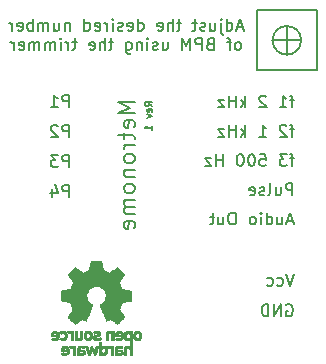
<source format=gbo>
%TF.GenerationSoftware,KiCad,Pcbnew,4.0.7*%
%TF.CreationDate,2018-02-09T12:23:56+01:00*%
%TF.ProjectId,Metronome,4D6574726F6E6F6D652E6B696361645F,1.0*%
%TF.FileFunction,Legend,Bot*%
%FSLAX46Y46*%
G04 Gerber Fmt 4.6, Leading zero omitted, Abs format (unit mm)*
G04 Created by KiCad (PCBNEW 4.0.7) date 02/09/18 12:23:56*
%MOMM*%
%LPD*%
G01*
G04 APERTURE LIST*
%ADD10C,0.127000*%
%ADD11C,0.160000*%
%ADD12C,0.010000*%
G04 APERTURE END LIST*
D10*
X144035429Y-90960514D02*
X143749714Y-90760514D01*
X144035429Y-90617657D02*
X143435429Y-90617657D01*
X143435429Y-90846229D01*
X143464000Y-90903371D01*
X143492571Y-90931943D01*
X143549714Y-90960514D01*
X143635429Y-90960514D01*
X143692571Y-90931943D01*
X143721143Y-90903371D01*
X143749714Y-90846229D01*
X143749714Y-90617657D01*
X144006857Y-91446229D02*
X144035429Y-91389086D01*
X144035429Y-91274800D01*
X144006857Y-91217657D01*
X143949714Y-91189086D01*
X143721143Y-91189086D01*
X143664000Y-91217657D01*
X143635429Y-91274800D01*
X143635429Y-91389086D01*
X143664000Y-91446229D01*
X143721143Y-91474800D01*
X143778286Y-91474800D01*
X143835429Y-91189086D01*
X143635429Y-91674800D02*
X144035429Y-91817657D01*
X143635429Y-91960515D01*
X144035429Y-92960515D02*
X144035429Y-92617658D01*
X144035429Y-92789086D02*
X143435429Y-92789086D01*
X143521143Y-92731943D01*
X143578286Y-92674801D01*
X143606857Y-92617658D01*
D11*
X142568533Y-90627866D02*
X141168533Y-90627866D01*
X142168533Y-91094533D01*
X141168533Y-91561200D01*
X142568533Y-91561200D01*
X142501867Y-92761200D02*
X142568533Y-92627866D01*
X142568533Y-92361200D01*
X142501867Y-92227866D01*
X142368533Y-92161200D01*
X141835200Y-92161200D01*
X141701867Y-92227866D01*
X141635200Y-92361200D01*
X141635200Y-92627866D01*
X141701867Y-92761200D01*
X141835200Y-92827866D01*
X141968533Y-92827866D01*
X142101867Y-92161200D01*
X141635200Y-93227866D02*
X141635200Y-93761200D01*
X141168533Y-93427866D02*
X142368533Y-93427866D01*
X142501867Y-93494533D01*
X142568533Y-93627866D01*
X142568533Y-93761200D01*
X142568533Y-94227866D02*
X141635200Y-94227866D01*
X141901867Y-94227866D02*
X141768533Y-94294533D01*
X141701867Y-94361200D01*
X141635200Y-94494533D01*
X141635200Y-94627866D01*
X142568533Y-95294533D02*
X142501867Y-95161200D01*
X142435200Y-95094533D01*
X142301867Y-95027867D01*
X141901867Y-95027867D01*
X141768533Y-95094533D01*
X141701867Y-95161200D01*
X141635200Y-95294533D01*
X141635200Y-95494533D01*
X141701867Y-95627867D01*
X141768533Y-95694533D01*
X141901867Y-95761200D01*
X142301867Y-95761200D01*
X142435200Y-95694533D01*
X142501867Y-95627867D01*
X142568533Y-95494533D01*
X142568533Y-95294533D01*
X141635200Y-96361200D02*
X142568533Y-96361200D01*
X141768533Y-96361200D02*
X141701867Y-96427867D01*
X141635200Y-96561200D01*
X141635200Y-96761200D01*
X141701867Y-96894534D01*
X141835200Y-96961200D01*
X142568533Y-96961200D01*
X142568533Y-97827867D02*
X142501867Y-97694534D01*
X142435200Y-97627867D01*
X142301867Y-97561201D01*
X141901867Y-97561201D01*
X141768533Y-97627867D01*
X141701867Y-97694534D01*
X141635200Y-97827867D01*
X141635200Y-98027867D01*
X141701867Y-98161201D01*
X141768533Y-98227867D01*
X141901867Y-98294534D01*
X142301867Y-98294534D01*
X142435200Y-98227867D01*
X142501867Y-98161201D01*
X142568533Y-98027867D01*
X142568533Y-97827867D01*
X142568533Y-98894534D02*
X141635200Y-98894534D01*
X141768533Y-98894534D02*
X141701867Y-98961201D01*
X141635200Y-99094534D01*
X141635200Y-99294534D01*
X141701867Y-99427868D01*
X141835200Y-99494534D01*
X142568533Y-99494534D01*
X141835200Y-99494534D02*
X141701867Y-99561201D01*
X141635200Y-99694534D01*
X141635200Y-99894534D01*
X141701867Y-100027868D01*
X141835200Y-100094534D01*
X142568533Y-100094534D01*
X142501867Y-101294535D02*
X142568533Y-101161201D01*
X142568533Y-100894535D01*
X142501867Y-100761201D01*
X142368533Y-100694535D01*
X141835200Y-100694535D01*
X141701867Y-100761201D01*
X141635200Y-100894535D01*
X141635200Y-101161201D01*
X141701867Y-101294535D01*
X141835200Y-101361201D01*
X141968533Y-101361201D01*
X142101867Y-100694535D01*
D10*
X151690744Y-84290767D02*
X151214553Y-84290767D01*
X151785982Y-84576481D02*
X151452649Y-83576481D01*
X151119315Y-84576481D01*
X150357410Y-84576481D02*
X150357410Y-83576481D01*
X150357410Y-84528862D02*
X150452648Y-84576481D01*
X150643125Y-84576481D01*
X150738363Y-84528862D01*
X150785982Y-84481243D01*
X150833601Y-84386005D01*
X150833601Y-84100290D01*
X150785982Y-84005052D01*
X150738363Y-83957433D01*
X150643125Y-83909814D01*
X150452648Y-83909814D01*
X150357410Y-83957433D01*
X149881220Y-83909814D02*
X149881220Y-84766957D01*
X149928839Y-84862195D01*
X150024077Y-84909814D01*
X150071696Y-84909814D01*
X149881220Y-83576481D02*
X149928839Y-83624100D01*
X149881220Y-83671719D01*
X149833601Y-83624100D01*
X149881220Y-83576481D01*
X149881220Y-83671719D01*
X148976458Y-83909814D02*
X148976458Y-84576481D01*
X149405030Y-83909814D02*
X149405030Y-84433624D01*
X149357411Y-84528862D01*
X149262173Y-84576481D01*
X149119315Y-84576481D01*
X149024077Y-84528862D01*
X148976458Y-84481243D01*
X148547887Y-84528862D02*
X148452649Y-84576481D01*
X148262173Y-84576481D01*
X148166934Y-84528862D01*
X148119315Y-84433624D01*
X148119315Y-84386005D01*
X148166934Y-84290767D01*
X148262173Y-84243148D01*
X148405030Y-84243148D01*
X148500268Y-84195529D01*
X148547887Y-84100290D01*
X148547887Y-84052671D01*
X148500268Y-83957433D01*
X148405030Y-83909814D01*
X148262173Y-83909814D01*
X148166934Y-83957433D01*
X147833601Y-83909814D02*
X147452649Y-83909814D01*
X147690744Y-83576481D02*
X147690744Y-84433624D01*
X147643125Y-84528862D01*
X147547887Y-84576481D01*
X147452649Y-84576481D01*
X146500267Y-83909814D02*
X146119315Y-83909814D01*
X146357410Y-83576481D02*
X146357410Y-84433624D01*
X146309791Y-84528862D01*
X146214553Y-84576481D01*
X146119315Y-84576481D01*
X145785981Y-84576481D02*
X145785981Y-83576481D01*
X145357409Y-84576481D02*
X145357409Y-84052671D01*
X145405028Y-83957433D01*
X145500266Y-83909814D01*
X145643124Y-83909814D01*
X145738362Y-83957433D01*
X145785981Y-84005052D01*
X144500266Y-84528862D02*
X144595504Y-84576481D01*
X144785981Y-84576481D01*
X144881219Y-84528862D01*
X144928838Y-84433624D01*
X144928838Y-84052671D01*
X144881219Y-83957433D01*
X144785981Y-83909814D01*
X144595504Y-83909814D01*
X144500266Y-83957433D01*
X144452647Y-84052671D01*
X144452647Y-84147910D01*
X144928838Y-84243148D01*
X142833599Y-84576481D02*
X142833599Y-83576481D01*
X142833599Y-84528862D02*
X142928837Y-84576481D01*
X143119314Y-84576481D01*
X143214552Y-84528862D01*
X143262171Y-84481243D01*
X143309790Y-84386005D01*
X143309790Y-84100290D01*
X143262171Y-84005052D01*
X143214552Y-83957433D01*
X143119314Y-83909814D01*
X142928837Y-83909814D01*
X142833599Y-83957433D01*
X141976456Y-84528862D02*
X142071694Y-84576481D01*
X142262171Y-84576481D01*
X142357409Y-84528862D01*
X142405028Y-84433624D01*
X142405028Y-84052671D01*
X142357409Y-83957433D01*
X142262171Y-83909814D01*
X142071694Y-83909814D01*
X141976456Y-83957433D01*
X141928837Y-84052671D01*
X141928837Y-84147910D01*
X142405028Y-84243148D01*
X141547885Y-84528862D02*
X141452647Y-84576481D01*
X141262171Y-84576481D01*
X141166932Y-84528862D01*
X141119313Y-84433624D01*
X141119313Y-84386005D01*
X141166932Y-84290767D01*
X141262171Y-84243148D01*
X141405028Y-84243148D01*
X141500266Y-84195529D01*
X141547885Y-84100290D01*
X141547885Y-84052671D01*
X141500266Y-83957433D01*
X141405028Y-83909814D01*
X141262171Y-83909814D01*
X141166932Y-83957433D01*
X140690742Y-84576481D02*
X140690742Y-83909814D01*
X140690742Y-83576481D02*
X140738361Y-83624100D01*
X140690742Y-83671719D01*
X140643123Y-83624100D01*
X140690742Y-83576481D01*
X140690742Y-83671719D01*
X140214552Y-84576481D02*
X140214552Y-83909814D01*
X140214552Y-84100290D02*
X140166933Y-84005052D01*
X140119314Y-83957433D01*
X140024076Y-83909814D01*
X139928837Y-83909814D01*
X139214551Y-84528862D02*
X139309789Y-84576481D01*
X139500266Y-84576481D01*
X139595504Y-84528862D01*
X139643123Y-84433624D01*
X139643123Y-84052671D01*
X139595504Y-83957433D01*
X139500266Y-83909814D01*
X139309789Y-83909814D01*
X139214551Y-83957433D01*
X139166932Y-84052671D01*
X139166932Y-84147910D01*
X139643123Y-84243148D01*
X138309789Y-84576481D02*
X138309789Y-83576481D01*
X138309789Y-84528862D02*
X138405027Y-84576481D01*
X138595504Y-84576481D01*
X138690742Y-84528862D01*
X138738361Y-84481243D01*
X138785980Y-84386005D01*
X138785980Y-84100290D01*
X138738361Y-84005052D01*
X138690742Y-83957433D01*
X138595504Y-83909814D01*
X138405027Y-83909814D01*
X138309789Y-83957433D01*
X137071694Y-83909814D02*
X137071694Y-84576481D01*
X137071694Y-84005052D02*
X137024075Y-83957433D01*
X136928837Y-83909814D01*
X136785979Y-83909814D01*
X136690741Y-83957433D01*
X136643122Y-84052671D01*
X136643122Y-84576481D01*
X135738360Y-83909814D02*
X135738360Y-84576481D01*
X136166932Y-83909814D02*
X136166932Y-84433624D01*
X136119313Y-84528862D01*
X136024075Y-84576481D01*
X135881217Y-84576481D01*
X135785979Y-84528862D01*
X135738360Y-84481243D01*
X135262170Y-84576481D02*
X135262170Y-83909814D01*
X135262170Y-84005052D02*
X135214551Y-83957433D01*
X135119313Y-83909814D01*
X134976455Y-83909814D01*
X134881217Y-83957433D01*
X134833598Y-84052671D01*
X134833598Y-84576481D01*
X134833598Y-84052671D02*
X134785979Y-83957433D01*
X134690741Y-83909814D01*
X134547884Y-83909814D01*
X134452646Y-83957433D01*
X134405027Y-84052671D01*
X134405027Y-84576481D01*
X133928837Y-84576481D02*
X133928837Y-83576481D01*
X133928837Y-83957433D02*
X133833599Y-83909814D01*
X133643122Y-83909814D01*
X133547884Y-83957433D01*
X133500265Y-84005052D01*
X133452646Y-84100290D01*
X133452646Y-84386005D01*
X133500265Y-84481243D01*
X133547884Y-84528862D01*
X133643122Y-84576481D01*
X133833599Y-84576481D01*
X133928837Y-84528862D01*
X132643122Y-84528862D02*
X132738360Y-84576481D01*
X132928837Y-84576481D01*
X133024075Y-84528862D01*
X133071694Y-84433624D01*
X133071694Y-84052671D01*
X133024075Y-83957433D01*
X132928837Y-83909814D01*
X132738360Y-83909814D01*
X132643122Y-83957433D01*
X132595503Y-84052671D01*
X132595503Y-84147910D01*
X133071694Y-84243148D01*
X132166932Y-84576481D02*
X132166932Y-83909814D01*
X132166932Y-84100290D02*
X132119313Y-84005052D01*
X132071694Y-83957433D01*
X131976456Y-83909814D01*
X131881217Y-83909814D01*
X151357411Y-86203481D02*
X151452649Y-86155862D01*
X151500268Y-86108243D01*
X151547887Y-86013005D01*
X151547887Y-85727290D01*
X151500268Y-85632052D01*
X151452649Y-85584433D01*
X151357411Y-85536814D01*
X151214553Y-85536814D01*
X151119315Y-85584433D01*
X151071696Y-85632052D01*
X151024077Y-85727290D01*
X151024077Y-86013005D01*
X151071696Y-86108243D01*
X151119315Y-86155862D01*
X151214553Y-86203481D01*
X151357411Y-86203481D01*
X150738363Y-85536814D02*
X150357411Y-85536814D01*
X150595506Y-86203481D02*
X150595506Y-85346338D01*
X150547887Y-85251100D01*
X150452649Y-85203481D01*
X150357411Y-85203481D01*
X148928838Y-85679671D02*
X148785981Y-85727290D01*
X148738362Y-85774910D01*
X148690743Y-85870148D01*
X148690743Y-86013005D01*
X148738362Y-86108243D01*
X148785981Y-86155862D01*
X148881219Y-86203481D01*
X149262172Y-86203481D01*
X149262172Y-85203481D01*
X148928838Y-85203481D01*
X148833600Y-85251100D01*
X148785981Y-85298719D01*
X148738362Y-85393957D01*
X148738362Y-85489195D01*
X148785981Y-85584433D01*
X148833600Y-85632052D01*
X148928838Y-85679671D01*
X149262172Y-85679671D01*
X148262172Y-86203481D02*
X148262172Y-85203481D01*
X147881219Y-85203481D01*
X147785981Y-85251100D01*
X147738362Y-85298719D01*
X147690743Y-85393957D01*
X147690743Y-85536814D01*
X147738362Y-85632052D01*
X147785981Y-85679671D01*
X147881219Y-85727290D01*
X148262172Y-85727290D01*
X147262172Y-86203481D02*
X147262172Y-85203481D01*
X146928838Y-85917767D01*
X146595505Y-85203481D01*
X146595505Y-86203481D01*
X144928838Y-85536814D02*
X144928838Y-86203481D01*
X145357410Y-85536814D02*
X145357410Y-86060624D01*
X145309791Y-86155862D01*
X145214553Y-86203481D01*
X145071695Y-86203481D01*
X144976457Y-86155862D01*
X144928838Y-86108243D01*
X144500267Y-86155862D02*
X144405029Y-86203481D01*
X144214553Y-86203481D01*
X144119314Y-86155862D01*
X144071695Y-86060624D01*
X144071695Y-86013005D01*
X144119314Y-85917767D01*
X144214553Y-85870148D01*
X144357410Y-85870148D01*
X144452648Y-85822529D01*
X144500267Y-85727290D01*
X144500267Y-85679671D01*
X144452648Y-85584433D01*
X144357410Y-85536814D01*
X144214553Y-85536814D01*
X144119314Y-85584433D01*
X143643124Y-86203481D02*
X143643124Y-85536814D01*
X143643124Y-85203481D02*
X143690743Y-85251100D01*
X143643124Y-85298719D01*
X143595505Y-85251100D01*
X143643124Y-85203481D01*
X143643124Y-85298719D01*
X143166934Y-85536814D02*
X143166934Y-86203481D01*
X143166934Y-85632052D02*
X143119315Y-85584433D01*
X143024077Y-85536814D01*
X142881219Y-85536814D01*
X142785981Y-85584433D01*
X142738362Y-85679671D01*
X142738362Y-86203481D01*
X141833600Y-85536814D02*
X141833600Y-86346338D01*
X141881219Y-86441576D01*
X141928838Y-86489195D01*
X142024077Y-86536814D01*
X142166934Y-86536814D01*
X142262172Y-86489195D01*
X141833600Y-86155862D02*
X141928838Y-86203481D01*
X142119315Y-86203481D01*
X142214553Y-86155862D01*
X142262172Y-86108243D01*
X142309791Y-86013005D01*
X142309791Y-85727290D01*
X142262172Y-85632052D01*
X142214553Y-85584433D01*
X142119315Y-85536814D01*
X141928838Y-85536814D01*
X141833600Y-85584433D01*
X140738362Y-85536814D02*
X140357410Y-85536814D01*
X140595505Y-85203481D02*
X140595505Y-86060624D01*
X140547886Y-86155862D01*
X140452648Y-86203481D01*
X140357410Y-86203481D01*
X140024076Y-86203481D02*
X140024076Y-85203481D01*
X139595504Y-86203481D02*
X139595504Y-85679671D01*
X139643123Y-85584433D01*
X139738361Y-85536814D01*
X139881219Y-85536814D01*
X139976457Y-85584433D01*
X140024076Y-85632052D01*
X138738361Y-86155862D02*
X138833599Y-86203481D01*
X139024076Y-86203481D01*
X139119314Y-86155862D01*
X139166933Y-86060624D01*
X139166933Y-85679671D01*
X139119314Y-85584433D01*
X139024076Y-85536814D01*
X138833599Y-85536814D01*
X138738361Y-85584433D01*
X138690742Y-85679671D01*
X138690742Y-85774910D01*
X139166933Y-85870148D01*
X137643123Y-85536814D02*
X137262171Y-85536814D01*
X137500266Y-85203481D02*
X137500266Y-86060624D01*
X137452647Y-86155862D01*
X137357409Y-86203481D01*
X137262171Y-86203481D01*
X136928837Y-86203481D02*
X136928837Y-85536814D01*
X136928837Y-85727290D02*
X136881218Y-85632052D01*
X136833599Y-85584433D01*
X136738361Y-85536814D01*
X136643122Y-85536814D01*
X136309789Y-86203481D02*
X136309789Y-85536814D01*
X136309789Y-85203481D02*
X136357408Y-85251100D01*
X136309789Y-85298719D01*
X136262170Y-85251100D01*
X136309789Y-85203481D01*
X136309789Y-85298719D01*
X135833599Y-86203481D02*
X135833599Y-85536814D01*
X135833599Y-85632052D02*
X135785980Y-85584433D01*
X135690742Y-85536814D01*
X135547884Y-85536814D01*
X135452646Y-85584433D01*
X135405027Y-85679671D01*
X135405027Y-86203481D01*
X135405027Y-85679671D02*
X135357408Y-85584433D01*
X135262170Y-85536814D01*
X135119313Y-85536814D01*
X135024075Y-85584433D01*
X134976456Y-85679671D01*
X134976456Y-86203481D01*
X134500266Y-86203481D02*
X134500266Y-85536814D01*
X134500266Y-85632052D02*
X134452647Y-85584433D01*
X134357409Y-85536814D01*
X134214551Y-85536814D01*
X134119313Y-85584433D01*
X134071694Y-85679671D01*
X134071694Y-86203481D01*
X134071694Y-85679671D02*
X134024075Y-85584433D01*
X133928837Y-85536814D01*
X133785980Y-85536814D01*
X133690742Y-85584433D01*
X133643123Y-85679671D01*
X133643123Y-86203481D01*
X132785980Y-86155862D02*
X132881218Y-86203481D01*
X133071695Y-86203481D01*
X133166933Y-86155862D01*
X133214552Y-86060624D01*
X133214552Y-85679671D01*
X133166933Y-85584433D01*
X133071695Y-85536814D01*
X132881218Y-85536814D01*
X132785980Y-85584433D01*
X132738361Y-85679671D01*
X132738361Y-85774910D01*
X133214552Y-85870148D01*
X132309790Y-86203481D02*
X132309790Y-85536814D01*
X132309790Y-85727290D02*
X132262171Y-85632052D01*
X132214552Y-85584433D01*
X132119314Y-85536814D01*
X132024075Y-85536814D01*
X155498800Y-86614000D02*
X155498800Y-84175600D01*
X154228800Y-85394800D02*
X156667200Y-85394800D01*
X156652292Y-85394800D02*
G75*
G03X156652292Y-85394800I-1204292J0D01*
G01*
X158038800Y-82804000D02*
X152958800Y-82804000D01*
X158038800Y-87884000D02*
X158038800Y-82804000D01*
X152908000Y-87884000D02*
X158038800Y-87884000D01*
X152908000Y-82804000D02*
X152908000Y-87884000D01*
X136994686Y-98648781D02*
X136994686Y-97648781D01*
X136613733Y-97648781D01*
X136518495Y-97696400D01*
X136470876Y-97744019D01*
X136423257Y-97839257D01*
X136423257Y-97982114D01*
X136470876Y-98077352D01*
X136518495Y-98124971D01*
X136613733Y-98172590D01*
X136994686Y-98172590D01*
X135566114Y-97982114D02*
X135566114Y-98648781D01*
X135804210Y-97601162D02*
X136042305Y-98315448D01*
X135423257Y-98315448D01*
X136994686Y-96108781D02*
X136994686Y-95108781D01*
X136613733Y-95108781D01*
X136518495Y-95156400D01*
X136470876Y-95204019D01*
X136423257Y-95299257D01*
X136423257Y-95442114D01*
X136470876Y-95537352D01*
X136518495Y-95584971D01*
X136613733Y-95632590D01*
X136994686Y-95632590D01*
X136089924Y-95108781D02*
X135470876Y-95108781D01*
X135804210Y-95489733D01*
X135661352Y-95489733D01*
X135566114Y-95537352D01*
X135518495Y-95584971D01*
X135470876Y-95680210D01*
X135470876Y-95918305D01*
X135518495Y-96013543D01*
X135566114Y-96061162D01*
X135661352Y-96108781D01*
X135947067Y-96108781D01*
X136042305Y-96061162D01*
X136089924Y-96013543D01*
X136994686Y-93568781D02*
X136994686Y-92568781D01*
X136613733Y-92568781D01*
X136518495Y-92616400D01*
X136470876Y-92664019D01*
X136423257Y-92759257D01*
X136423257Y-92902114D01*
X136470876Y-92997352D01*
X136518495Y-93044971D01*
X136613733Y-93092590D01*
X136994686Y-93092590D01*
X136042305Y-92664019D02*
X135994686Y-92616400D01*
X135899448Y-92568781D01*
X135661352Y-92568781D01*
X135566114Y-92616400D01*
X135518495Y-92664019D01*
X135470876Y-92759257D01*
X135470876Y-92854495D01*
X135518495Y-92997352D01*
X136089924Y-93568781D01*
X135470876Y-93568781D01*
X136994686Y-91028781D02*
X136994686Y-90028781D01*
X136613733Y-90028781D01*
X136518495Y-90076400D01*
X136470876Y-90124019D01*
X136423257Y-90219257D01*
X136423257Y-90362114D01*
X136470876Y-90457352D01*
X136518495Y-90504971D01*
X136613733Y-90552590D01*
X136994686Y-90552590D01*
X135470876Y-91028781D02*
X136042305Y-91028781D01*
X135756591Y-91028781D02*
X135756591Y-90028781D01*
X135851829Y-90171638D01*
X135947067Y-90266876D01*
X136042305Y-90314495D01*
X155921105Y-98509081D02*
X155921105Y-97509081D01*
X155540152Y-97509081D01*
X155444914Y-97556700D01*
X155397295Y-97604319D01*
X155349676Y-97699557D01*
X155349676Y-97842414D01*
X155397295Y-97937652D01*
X155444914Y-97985271D01*
X155540152Y-98032890D01*
X155921105Y-98032890D01*
X154492533Y-97842414D02*
X154492533Y-98509081D01*
X154921105Y-97842414D02*
X154921105Y-98366224D01*
X154873486Y-98461462D01*
X154778248Y-98509081D01*
X154635390Y-98509081D01*
X154540152Y-98461462D01*
X154492533Y-98413843D01*
X153873486Y-98509081D02*
X153968724Y-98461462D01*
X154016343Y-98366224D01*
X154016343Y-97509081D01*
X153540152Y-98461462D02*
X153444914Y-98509081D01*
X153254438Y-98509081D01*
X153159199Y-98461462D01*
X153111580Y-98366224D01*
X153111580Y-98318605D01*
X153159199Y-98223367D01*
X153254438Y-98175748D01*
X153397295Y-98175748D01*
X153492533Y-98128129D01*
X153540152Y-98032890D01*
X153540152Y-97985271D01*
X153492533Y-97890033D01*
X153397295Y-97842414D01*
X153254438Y-97842414D01*
X153159199Y-97890033D01*
X152302056Y-98461462D02*
X152397294Y-98509081D01*
X152587771Y-98509081D01*
X152683009Y-98461462D01*
X152730628Y-98366224D01*
X152730628Y-97985271D01*
X152683009Y-97890033D01*
X152587771Y-97842414D01*
X152397294Y-97842414D01*
X152302056Y-97890033D01*
X152254437Y-97985271D01*
X152254437Y-98080510D01*
X152730628Y-98175748D01*
X156063962Y-90412914D02*
X155683010Y-90412914D01*
X155921105Y-91079581D02*
X155921105Y-90222438D01*
X155873486Y-90127200D01*
X155778248Y-90079581D01*
X155683010Y-90079581D01*
X154825866Y-91079581D02*
X155397295Y-91079581D01*
X155111581Y-91079581D02*
X155111581Y-90079581D01*
X155206819Y-90222438D01*
X155302057Y-90317676D01*
X155397295Y-90365295D01*
X153683009Y-90174819D02*
X153635390Y-90127200D01*
X153540152Y-90079581D01*
X153302056Y-90079581D01*
X153206818Y-90127200D01*
X153159199Y-90174819D01*
X153111580Y-90270057D01*
X153111580Y-90365295D01*
X153159199Y-90508152D01*
X153730628Y-91079581D01*
X153111580Y-91079581D01*
X151921104Y-91079581D02*
X151921104Y-90079581D01*
X151825866Y-90698629D02*
X151540151Y-91079581D01*
X151540151Y-90412914D02*
X151921104Y-90793867D01*
X151111580Y-91079581D02*
X151111580Y-90079581D01*
X151111580Y-90555771D02*
X150540151Y-90555771D01*
X150540151Y-91079581D02*
X150540151Y-90079581D01*
X150159199Y-90412914D02*
X149635389Y-90412914D01*
X150159199Y-91079581D01*
X149635389Y-91079581D01*
X156063962Y-92889414D02*
X155683010Y-92889414D01*
X155921105Y-93556081D02*
X155921105Y-92698938D01*
X155873486Y-92603700D01*
X155778248Y-92556081D01*
X155683010Y-92556081D01*
X155397295Y-92651319D02*
X155349676Y-92603700D01*
X155254438Y-92556081D01*
X155016342Y-92556081D01*
X154921104Y-92603700D01*
X154873485Y-92651319D01*
X154825866Y-92746557D01*
X154825866Y-92841795D01*
X154873485Y-92984652D01*
X155444914Y-93556081D01*
X154825866Y-93556081D01*
X153111580Y-93556081D02*
X153683009Y-93556081D01*
X153397295Y-93556081D02*
X153397295Y-92556081D01*
X153492533Y-92698938D01*
X153587771Y-92794176D01*
X153683009Y-92841795D01*
X151921104Y-93556081D02*
X151921104Y-92556081D01*
X151825866Y-93175129D02*
X151540151Y-93556081D01*
X151540151Y-92889414D02*
X151921104Y-93270367D01*
X151111580Y-93556081D02*
X151111580Y-92556081D01*
X151111580Y-93032271D02*
X150540151Y-93032271D01*
X150540151Y-93556081D02*
X150540151Y-92556081D01*
X150159199Y-92889414D02*
X149635389Y-92889414D01*
X150159199Y-93556081D01*
X149635389Y-93556081D01*
X156063962Y-95365914D02*
X155683010Y-95365914D01*
X155921105Y-96032581D02*
X155921105Y-95175438D01*
X155873486Y-95080200D01*
X155778248Y-95032581D01*
X155683010Y-95032581D01*
X155444914Y-95032581D02*
X154825866Y-95032581D01*
X155159200Y-95413533D01*
X155016342Y-95413533D01*
X154921104Y-95461152D01*
X154873485Y-95508771D01*
X154825866Y-95604010D01*
X154825866Y-95842105D01*
X154873485Y-95937343D01*
X154921104Y-95984962D01*
X155016342Y-96032581D01*
X155302057Y-96032581D01*
X155397295Y-95984962D01*
X155444914Y-95937343D01*
X153159199Y-95032581D02*
X153635390Y-95032581D01*
X153683009Y-95508771D01*
X153635390Y-95461152D01*
X153540152Y-95413533D01*
X153302056Y-95413533D01*
X153206818Y-95461152D01*
X153159199Y-95508771D01*
X153111580Y-95604010D01*
X153111580Y-95842105D01*
X153159199Y-95937343D01*
X153206818Y-95984962D01*
X153302056Y-96032581D01*
X153540152Y-96032581D01*
X153635390Y-95984962D01*
X153683009Y-95937343D01*
X152492533Y-95032581D02*
X152397294Y-95032581D01*
X152302056Y-95080200D01*
X152254437Y-95127819D01*
X152206818Y-95223057D01*
X152159199Y-95413533D01*
X152159199Y-95651629D01*
X152206818Y-95842105D01*
X152254437Y-95937343D01*
X152302056Y-95984962D01*
X152397294Y-96032581D01*
X152492533Y-96032581D01*
X152587771Y-95984962D01*
X152635390Y-95937343D01*
X152683009Y-95842105D01*
X152730628Y-95651629D01*
X152730628Y-95413533D01*
X152683009Y-95223057D01*
X152635390Y-95127819D01*
X152587771Y-95080200D01*
X152492533Y-95032581D01*
X151540152Y-95032581D02*
X151444913Y-95032581D01*
X151349675Y-95080200D01*
X151302056Y-95127819D01*
X151254437Y-95223057D01*
X151206818Y-95413533D01*
X151206818Y-95651629D01*
X151254437Y-95842105D01*
X151302056Y-95937343D01*
X151349675Y-95984962D01*
X151444913Y-96032581D01*
X151540152Y-96032581D01*
X151635390Y-95984962D01*
X151683009Y-95937343D01*
X151730628Y-95842105D01*
X151778247Y-95651629D01*
X151778247Y-95413533D01*
X151730628Y-95223057D01*
X151683009Y-95127819D01*
X151635390Y-95080200D01*
X151540152Y-95032581D01*
X150016342Y-96032581D02*
X150016342Y-95032581D01*
X150016342Y-95508771D02*
X149444913Y-95508771D01*
X149444913Y-96032581D02*
X149444913Y-95032581D01*
X149063961Y-95365914D02*
X148540151Y-95365914D01*
X149063961Y-96032581D01*
X148540151Y-96032581D01*
X155968724Y-100699867D02*
X155492533Y-100699867D01*
X156063962Y-100985581D02*
X155730629Y-99985581D01*
X155397295Y-100985581D01*
X154635390Y-100318914D02*
X154635390Y-100985581D01*
X155063962Y-100318914D02*
X155063962Y-100842724D01*
X155016343Y-100937962D01*
X154921105Y-100985581D01*
X154778247Y-100985581D01*
X154683009Y-100937962D01*
X154635390Y-100890343D01*
X153730628Y-100985581D02*
X153730628Y-99985581D01*
X153730628Y-100937962D02*
X153825866Y-100985581D01*
X154016343Y-100985581D01*
X154111581Y-100937962D01*
X154159200Y-100890343D01*
X154206819Y-100795105D01*
X154206819Y-100509390D01*
X154159200Y-100414152D01*
X154111581Y-100366533D01*
X154016343Y-100318914D01*
X153825866Y-100318914D01*
X153730628Y-100366533D01*
X153254438Y-100985581D02*
X153254438Y-100318914D01*
X153254438Y-99985581D02*
X153302057Y-100033200D01*
X153254438Y-100080819D01*
X153206819Y-100033200D01*
X153254438Y-99985581D01*
X153254438Y-100080819D01*
X152635391Y-100985581D02*
X152730629Y-100937962D01*
X152778248Y-100890343D01*
X152825867Y-100795105D01*
X152825867Y-100509390D01*
X152778248Y-100414152D01*
X152730629Y-100366533D01*
X152635391Y-100318914D01*
X152492533Y-100318914D01*
X152397295Y-100366533D01*
X152349676Y-100414152D01*
X152302057Y-100509390D01*
X152302057Y-100795105D01*
X152349676Y-100890343D01*
X152397295Y-100937962D01*
X152492533Y-100985581D01*
X152635391Y-100985581D01*
X150921105Y-99985581D02*
X150730628Y-99985581D01*
X150635390Y-100033200D01*
X150540152Y-100128438D01*
X150492533Y-100318914D01*
X150492533Y-100652248D01*
X150540152Y-100842724D01*
X150635390Y-100937962D01*
X150730628Y-100985581D01*
X150921105Y-100985581D01*
X151016343Y-100937962D01*
X151111581Y-100842724D01*
X151159200Y-100652248D01*
X151159200Y-100318914D01*
X151111581Y-100128438D01*
X151016343Y-100033200D01*
X150921105Y-99985581D01*
X149635390Y-100318914D02*
X149635390Y-100985581D01*
X150063962Y-100318914D02*
X150063962Y-100842724D01*
X150016343Y-100937962D01*
X149921105Y-100985581D01*
X149778247Y-100985581D01*
X149683009Y-100937962D01*
X149635390Y-100890343D01*
X149302057Y-100318914D02*
X148921105Y-100318914D01*
X149159200Y-99985581D02*
X149159200Y-100842724D01*
X149111581Y-100937962D01*
X149016343Y-100985581D01*
X148921105Y-100985581D01*
X156063962Y-105167181D02*
X155730629Y-106167181D01*
X155397295Y-105167181D01*
X154635390Y-106119562D02*
X154730628Y-106167181D01*
X154921105Y-106167181D01*
X155016343Y-106119562D01*
X155063962Y-106071943D01*
X155111581Y-105976705D01*
X155111581Y-105690990D01*
X155063962Y-105595752D01*
X155016343Y-105548133D01*
X154921105Y-105500514D01*
X154730628Y-105500514D01*
X154635390Y-105548133D01*
X153778247Y-106119562D02*
X153873485Y-106167181D01*
X154063962Y-106167181D01*
X154159200Y-106119562D01*
X154206819Y-106071943D01*
X154254438Y-105976705D01*
X154254438Y-105690990D01*
X154206819Y-105595752D01*
X154159200Y-105548133D01*
X154063962Y-105500514D01*
X153873485Y-105500514D01*
X153778247Y-105548133D01*
X155397295Y-107805600D02*
X155492533Y-107757981D01*
X155635390Y-107757981D01*
X155778248Y-107805600D01*
X155873486Y-107900838D01*
X155921105Y-107996076D01*
X155968724Y-108186552D01*
X155968724Y-108329410D01*
X155921105Y-108519886D01*
X155873486Y-108615124D01*
X155778248Y-108710362D01*
X155635390Y-108757981D01*
X155540152Y-108757981D01*
X155397295Y-108710362D01*
X155349676Y-108662743D01*
X155349676Y-108329410D01*
X155540152Y-108329410D01*
X154921105Y-108757981D02*
X154921105Y-107757981D01*
X154349676Y-108757981D01*
X154349676Y-107757981D01*
X153873486Y-108757981D02*
X153873486Y-107757981D01*
X153635391Y-107757981D01*
X153492533Y-107805600D01*
X153397295Y-107900838D01*
X153349676Y-107996076D01*
X153302057Y-108186552D01*
X153302057Y-108329410D01*
X153349676Y-108519886D01*
X153397295Y-108615124D01*
X153492533Y-108710362D01*
X153635391Y-108757981D01*
X153873486Y-108757981D01*
D12*
G36*
X141830240Y-110004068D02*
X141795008Y-110021474D01*
X141751560Y-110051806D01*
X141719894Y-110084883D01*
X141698206Y-110126417D01*
X141684697Y-110182122D01*
X141677562Y-110257711D01*
X141675000Y-110358896D01*
X141674850Y-110402397D01*
X141675288Y-110497735D01*
X141677104Y-110565871D01*
X141681055Y-110613018D01*
X141687898Y-110645390D01*
X141698389Y-110669200D01*
X141709304Y-110685443D01*
X141778981Y-110754552D01*
X141861034Y-110796121D01*
X141949550Y-110808623D01*
X142038619Y-110790534D01*
X142066837Y-110777742D01*
X142134390Y-110742531D01*
X142134390Y-111294300D01*
X142085088Y-111268805D01*
X142020127Y-111249080D01*
X141940280Y-111244027D01*
X141860548Y-111253356D01*
X141800335Y-111274314D01*
X141750392Y-111314227D01*
X141707719Y-111371341D01*
X141704510Y-111377205D01*
X141690978Y-111404827D01*
X141681095Y-111432668D01*
X141674291Y-111466394D01*
X141669999Y-111511671D01*
X141667649Y-111574162D01*
X141666672Y-111659535D01*
X141666495Y-111755610D01*
X141666495Y-112062126D01*
X141850311Y-112062126D01*
X141850311Y-111496939D01*
X141901725Y-111453677D01*
X141955134Y-111419072D01*
X142005712Y-111412780D01*
X142056570Y-111428972D01*
X142083675Y-111444827D01*
X142103849Y-111467410D01*
X142118197Y-111501540D01*
X142127824Y-111552034D01*
X142133837Y-111623711D01*
X142137340Y-111721388D01*
X142138574Y-111786402D01*
X142142745Y-112053771D01*
X142230475Y-112058822D01*
X142318206Y-112063873D01*
X142318206Y-110404701D01*
X142134390Y-110404701D01*
X142129704Y-110497200D01*
X142113912Y-110561409D01*
X142084417Y-110601359D01*
X142038620Y-110621080D01*
X141992350Y-110625021D01*
X141939972Y-110620492D01*
X141905210Y-110602669D01*
X141883472Y-110579119D01*
X141866360Y-110553789D01*
X141856173Y-110525569D01*
X141851640Y-110486031D01*
X141851491Y-110426742D01*
X141853016Y-110377098D01*
X141856519Y-110302310D01*
X141861733Y-110253211D01*
X141870513Y-110222067D01*
X141884714Y-110201145D01*
X141898116Y-110189052D01*
X141954113Y-110162681D01*
X142020389Y-110158422D01*
X142058444Y-110167506D01*
X142096123Y-110199796D01*
X142121081Y-110262606D01*
X142133178Y-110355494D01*
X142134390Y-110404701D01*
X142318206Y-110404701D01*
X142318206Y-109990021D01*
X142226298Y-109990021D01*
X142171117Y-109992203D01*
X142142648Y-109999951D01*
X142134394Y-110015068D01*
X142134390Y-110015516D01*
X142130560Y-110030320D01*
X142113667Y-110028639D01*
X142080081Y-110012372D01*
X142001822Y-109987487D01*
X141913773Y-109984871D01*
X141830240Y-110004068D01*
X141830240Y-110004068D01*
G37*
X141830240Y-110004068D02*
X141795008Y-110021474D01*
X141751560Y-110051806D01*
X141719894Y-110084883D01*
X141698206Y-110126417D01*
X141684697Y-110182122D01*
X141677562Y-110257711D01*
X141675000Y-110358896D01*
X141674850Y-110402397D01*
X141675288Y-110497735D01*
X141677104Y-110565871D01*
X141681055Y-110613018D01*
X141687898Y-110645390D01*
X141698389Y-110669200D01*
X141709304Y-110685443D01*
X141778981Y-110754552D01*
X141861034Y-110796121D01*
X141949550Y-110808623D01*
X142038619Y-110790534D01*
X142066837Y-110777742D01*
X142134390Y-110742531D01*
X142134390Y-111294300D01*
X142085088Y-111268805D01*
X142020127Y-111249080D01*
X141940280Y-111244027D01*
X141860548Y-111253356D01*
X141800335Y-111274314D01*
X141750392Y-111314227D01*
X141707719Y-111371341D01*
X141704510Y-111377205D01*
X141690978Y-111404827D01*
X141681095Y-111432668D01*
X141674291Y-111466394D01*
X141669999Y-111511671D01*
X141667649Y-111574162D01*
X141666672Y-111659535D01*
X141666495Y-111755610D01*
X141666495Y-112062126D01*
X141850311Y-112062126D01*
X141850311Y-111496939D01*
X141901725Y-111453677D01*
X141955134Y-111419072D01*
X142005712Y-111412780D01*
X142056570Y-111428972D01*
X142083675Y-111444827D01*
X142103849Y-111467410D01*
X142118197Y-111501540D01*
X142127824Y-111552034D01*
X142133837Y-111623711D01*
X142137340Y-111721388D01*
X142138574Y-111786402D01*
X142142745Y-112053771D01*
X142230475Y-112058822D01*
X142318206Y-112063873D01*
X142318206Y-110404701D01*
X142134390Y-110404701D01*
X142129704Y-110497200D01*
X142113912Y-110561409D01*
X142084417Y-110601359D01*
X142038620Y-110621080D01*
X141992350Y-110625021D01*
X141939972Y-110620492D01*
X141905210Y-110602669D01*
X141883472Y-110579119D01*
X141866360Y-110553789D01*
X141856173Y-110525569D01*
X141851640Y-110486031D01*
X141851491Y-110426742D01*
X141853016Y-110377098D01*
X141856519Y-110302310D01*
X141861733Y-110253211D01*
X141870513Y-110222067D01*
X141884714Y-110201145D01*
X141898116Y-110189052D01*
X141954113Y-110162681D01*
X142020389Y-110158422D01*
X142058444Y-110167506D01*
X142096123Y-110199796D01*
X142121081Y-110262606D01*
X142133178Y-110355494D01*
X142134390Y-110404701D01*
X142318206Y-110404701D01*
X142318206Y-109990021D01*
X142226298Y-109990021D01*
X142171117Y-109992203D01*
X142142648Y-109999951D01*
X142134394Y-110015068D01*
X142134390Y-110015516D01*
X142130560Y-110030320D01*
X142113667Y-110028639D01*
X142080081Y-110012372D01*
X142001822Y-109987487D01*
X141913773Y-109984871D01*
X141830240Y-110004068D01*
G36*
X141133143Y-111249784D02*
X141054530Y-111270760D01*
X140994684Y-111308780D01*
X140952453Y-111358578D01*
X140939325Y-111379830D01*
X140929632Y-111402092D01*
X140922856Y-111430570D01*
X140918477Y-111470471D01*
X140915976Y-111527001D01*
X140914832Y-111605367D01*
X140914528Y-111710776D01*
X140914522Y-111738742D01*
X140914522Y-112062126D01*
X140994732Y-112062126D01*
X141045894Y-112058543D01*
X141083723Y-112049466D01*
X141093201Y-112043868D01*
X141119112Y-112034206D01*
X141145576Y-112043868D01*
X141189148Y-112055930D01*
X141252440Y-112060785D01*
X141322590Y-112058678D01*
X141386740Y-112049856D01*
X141424193Y-112038537D01*
X141496667Y-111992012D01*
X141541960Y-111927446D01*
X141562322Y-111841600D01*
X141562512Y-111839396D01*
X141560725Y-111801313D01*
X141399127Y-111801313D01*
X141384999Y-111844630D01*
X141361988Y-111869008D01*
X141315796Y-111887445D01*
X141254825Y-111894805D01*
X141192651Y-111891183D01*
X141142849Y-111876674D01*
X141128897Y-111867365D01*
X141104515Y-111824353D01*
X141098337Y-111775457D01*
X141098337Y-111711205D01*
X141190782Y-111711205D01*
X141278605Y-111717966D01*
X141345182Y-111737120D01*
X141386598Y-111766976D01*
X141399127Y-111801313D01*
X141560725Y-111801313D01*
X141558110Y-111745604D01*
X141527176Y-111671447D01*
X141469019Y-111615367D01*
X141460980Y-111610265D01*
X141426437Y-111593655D01*
X141383682Y-111583596D01*
X141323914Y-111578707D01*
X141252910Y-111577583D01*
X141098337Y-111577521D01*
X141098337Y-111512725D01*
X141104894Y-111462450D01*
X141121625Y-111428769D01*
X141123584Y-111426976D01*
X141160817Y-111412242D01*
X141217020Y-111406531D01*
X141279133Y-111409337D01*
X141334090Y-111420156D01*
X141366701Y-111436382D01*
X141384372Y-111449380D01*
X141403031Y-111451862D01*
X141428781Y-111441213D01*
X141467727Y-111414818D01*
X141525970Y-111370065D01*
X141531316Y-111365873D01*
X141528577Y-111350360D01*
X141505724Y-111324560D01*
X141470991Y-111295889D01*
X141432610Y-111271766D01*
X141420552Y-111266070D01*
X141376566Y-111254703D01*
X141312113Y-111246595D01*
X141240103Y-111243343D01*
X141236736Y-111243336D01*
X141133143Y-111249784D01*
X141133143Y-111249784D01*
G37*
X141133143Y-111249784D02*
X141054530Y-111270760D01*
X140994684Y-111308780D01*
X140952453Y-111358578D01*
X140939325Y-111379830D01*
X140929632Y-111402092D01*
X140922856Y-111430570D01*
X140918477Y-111470471D01*
X140915976Y-111527001D01*
X140914832Y-111605367D01*
X140914528Y-111710776D01*
X140914522Y-111738742D01*
X140914522Y-112062126D01*
X140994732Y-112062126D01*
X141045894Y-112058543D01*
X141083723Y-112049466D01*
X141093201Y-112043868D01*
X141119112Y-112034206D01*
X141145576Y-112043868D01*
X141189148Y-112055930D01*
X141252440Y-112060785D01*
X141322590Y-112058678D01*
X141386740Y-112049856D01*
X141424193Y-112038537D01*
X141496667Y-111992012D01*
X141541960Y-111927446D01*
X141562322Y-111841600D01*
X141562512Y-111839396D01*
X141560725Y-111801313D01*
X141399127Y-111801313D01*
X141384999Y-111844630D01*
X141361988Y-111869008D01*
X141315796Y-111887445D01*
X141254825Y-111894805D01*
X141192651Y-111891183D01*
X141142849Y-111876674D01*
X141128897Y-111867365D01*
X141104515Y-111824353D01*
X141098337Y-111775457D01*
X141098337Y-111711205D01*
X141190782Y-111711205D01*
X141278605Y-111717966D01*
X141345182Y-111737120D01*
X141386598Y-111766976D01*
X141399127Y-111801313D01*
X141560725Y-111801313D01*
X141558110Y-111745604D01*
X141527176Y-111671447D01*
X141469019Y-111615367D01*
X141460980Y-111610265D01*
X141426437Y-111593655D01*
X141383682Y-111583596D01*
X141323914Y-111578707D01*
X141252910Y-111577583D01*
X141098337Y-111577521D01*
X141098337Y-111512725D01*
X141104894Y-111462450D01*
X141121625Y-111428769D01*
X141123584Y-111426976D01*
X141160817Y-111412242D01*
X141217020Y-111406531D01*
X141279133Y-111409337D01*
X141334090Y-111420156D01*
X141366701Y-111436382D01*
X141384372Y-111449380D01*
X141403031Y-111451862D01*
X141428781Y-111441213D01*
X141467727Y-111414818D01*
X141525970Y-111370065D01*
X141531316Y-111365873D01*
X141528577Y-111350360D01*
X141505724Y-111324560D01*
X141470991Y-111295889D01*
X141432610Y-111271766D01*
X141420552Y-111266070D01*
X141376566Y-111254703D01*
X141312113Y-111246595D01*
X141240103Y-111243343D01*
X141236736Y-111243336D01*
X141133143Y-111249784D01*
G36*
X140613719Y-111245086D02*
X140588712Y-111252582D01*
X140580650Y-111269051D01*
X140580311Y-111276486D01*
X140578864Y-111297194D01*
X140568902Y-111300445D01*
X140541988Y-111286248D01*
X140526002Y-111276548D01*
X140475567Y-111255775D01*
X140415328Y-111245504D01*
X140352166Y-111244714D01*
X140292963Y-111252386D01*
X140244598Y-111267498D01*
X140213954Y-111289032D01*
X140207911Y-111315966D01*
X140210961Y-111323260D01*
X140233194Y-111353537D01*
X140267670Y-111390775D01*
X140273906Y-111396795D01*
X140306767Y-111424475D01*
X140335120Y-111433418D01*
X140374773Y-111427176D01*
X140390658Y-111423029D01*
X140440091Y-111413067D01*
X140474848Y-111417547D01*
X140504200Y-111433346D01*
X140531087Y-111454549D01*
X140550890Y-111481214D01*
X140564652Y-111518427D01*
X140573416Y-111571273D01*
X140578226Y-111644837D01*
X140580126Y-111744205D01*
X140580311Y-111804201D01*
X140580311Y-112062126D01*
X140747416Y-112062126D01*
X140747416Y-111243310D01*
X140663864Y-111243310D01*
X140613719Y-111245086D01*
X140613719Y-111245086D01*
G37*
X140613719Y-111245086D02*
X140588712Y-111252582D01*
X140580650Y-111269051D01*
X140580311Y-111276486D01*
X140578864Y-111297194D01*
X140568902Y-111300445D01*
X140541988Y-111286248D01*
X140526002Y-111276548D01*
X140475567Y-111255775D01*
X140415328Y-111245504D01*
X140352166Y-111244714D01*
X140292963Y-111252386D01*
X140244598Y-111267498D01*
X140213954Y-111289032D01*
X140207911Y-111315966D01*
X140210961Y-111323260D01*
X140233194Y-111353537D01*
X140267670Y-111390775D01*
X140273906Y-111396795D01*
X140306767Y-111424475D01*
X140335120Y-111433418D01*
X140374773Y-111427176D01*
X140390658Y-111423029D01*
X140440091Y-111413067D01*
X140474848Y-111417547D01*
X140504200Y-111433346D01*
X140531087Y-111454549D01*
X140550890Y-111481214D01*
X140564652Y-111518427D01*
X140573416Y-111571273D01*
X140578226Y-111644837D01*
X140580126Y-111744205D01*
X140580311Y-111804201D01*
X140580311Y-112062126D01*
X140747416Y-112062126D01*
X140747416Y-111243310D01*
X140663864Y-111243310D01*
X140613719Y-111245086D01*
G36*
X139560969Y-112062126D02*
X139652877Y-112062126D01*
X139706223Y-112060562D01*
X139734007Y-112054085D01*
X139744010Y-112040018D01*
X139744785Y-112030506D01*
X139746472Y-112011432D01*
X139757110Y-112007774D01*
X139785065Y-112019532D01*
X139806805Y-112030506D01*
X139890268Y-112056511D01*
X139980996Y-112058016D01*
X140054758Y-112038621D01*
X140123446Y-111991765D01*
X140175806Y-111922604D01*
X140204478Y-111841027D01*
X140205208Y-111836466D01*
X140209468Y-111786701D01*
X140211586Y-111715259D01*
X140211416Y-111661226D01*
X140028880Y-111661226D01*
X140024651Y-111733041D01*
X140015032Y-111792234D01*
X140002010Y-111825660D01*
X139952744Y-111871340D01*
X139894250Y-111887715D01*
X139833929Y-111874473D01*
X139782383Y-111834973D01*
X139762862Y-111808407D01*
X139751448Y-111776706D01*
X139746102Y-111730432D01*
X139744785Y-111660928D01*
X139747142Y-111592099D01*
X139753367Y-111531626D01*
X139762192Y-111491156D01*
X139763663Y-111487529D01*
X139799253Y-111444402D01*
X139851200Y-111420724D01*
X139909322Y-111416901D01*
X139963440Y-111433338D01*
X140003374Y-111470440D01*
X140007517Y-111477822D01*
X140020484Y-111522839D01*
X140027548Y-111587567D01*
X140028880Y-111661226D01*
X140211416Y-111661226D01*
X140211329Y-111633830D01*
X140210128Y-111590005D01*
X140201955Y-111481588D01*
X140184970Y-111400188D01*
X140156713Y-111340012D01*
X140114728Y-111295266D01*
X140073968Y-111269000D01*
X140017019Y-111250535D01*
X139946189Y-111244202D01*
X139873659Y-111249360D01*
X139811614Y-111265369D01*
X139778832Y-111284520D01*
X139744785Y-111315332D01*
X139744785Y-110925810D01*
X139560969Y-110925810D01*
X139560969Y-112062126D01*
X139560969Y-112062126D01*
G37*
X139560969Y-112062126D02*
X139652877Y-112062126D01*
X139706223Y-112060562D01*
X139734007Y-112054085D01*
X139744010Y-112040018D01*
X139744785Y-112030506D01*
X139746472Y-112011432D01*
X139757110Y-112007774D01*
X139785065Y-112019532D01*
X139806805Y-112030506D01*
X139890268Y-112056511D01*
X139980996Y-112058016D01*
X140054758Y-112038621D01*
X140123446Y-111991765D01*
X140175806Y-111922604D01*
X140204478Y-111841027D01*
X140205208Y-111836466D01*
X140209468Y-111786701D01*
X140211586Y-111715259D01*
X140211416Y-111661226D01*
X140028880Y-111661226D01*
X140024651Y-111733041D01*
X140015032Y-111792234D01*
X140002010Y-111825660D01*
X139952744Y-111871340D01*
X139894250Y-111887715D01*
X139833929Y-111874473D01*
X139782383Y-111834973D01*
X139762862Y-111808407D01*
X139751448Y-111776706D01*
X139746102Y-111730432D01*
X139744785Y-111660928D01*
X139747142Y-111592099D01*
X139753367Y-111531626D01*
X139762192Y-111491156D01*
X139763663Y-111487529D01*
X139799253Y-111444402D01*
X139851200Y-111420724D01*
X139909322Y-111416901D01*
X139963440Y-111433338D01*
X140003374Y-111470440D01*
X140007517Y-111477822D01*
X140020484Y-111522839D01*
X140027548Y-111587567D01*
X140028880Y-111661226D01*
X140211416Y-111661226D01*
X140211329Y-111633830D01*
X140210128Y-111590005D01*
X140201955Y-111481588D01*
X140184970Y-111400188D01*
X140156713Y-111340012D01*
X140114728Y-111295266D01*
X140073968Y-111269000D01*
X140017019Y-111250535D01*
X139946189Y-111244202D01*
X139873659Y-111249360D01*
X139811614Y-111265369D01*
X139778832Y-111284520D01*
X139744785Y-111315332D01*
X139744785Y-110925810D01*
X139560969Y-110925810D01*
X139560969Y-112062126D01*
G36*
X138919470Y-111246704D02*
X138853380Y-111251666D01*
X138766974Y-111510679D01*
X138680569Y-111769692D01*
X138653476Y-111677784D01*
X138637172Y-111620984D01*
X138615725Y-111544225D01*
X138592565Y-111459851D01*
X138580320Y-111414593D01*
X138534256Y-111243310D01*
X138344213Y-111243310D01*
X138401018Y-111422949D01*
X138428993Y-111511304D01*
X138462787Y-111617881D01*
X138498080Y-111729054D01*
X138529587Y-111828179D01*
X138601350Y-112053771D01*
X138756314Y-112063853D01*
X138798330Y-111925128D01*
X138824241Y-111838951D01*
X138852517Y-111743947D01*
X138877231Y-111660041D01*
X138878206Y-111656702D01*
X138896665Y-111599848D01*
X138912951Y-111561056D01*
X138924358Y-111546387D01*
X138926702Y-111548083D01*
X138934929Y-111570825D01*
X138950562Y-111619540D01*
X138971696Y-111688102D01*
X138996430Y-111770385D01*
X139009813Y-111815646D01*
X139082289Y-112062126D01*
X139236105Y-112062126D01*
X139359069Y-111673606D01*
X139393612Y-111564622D01*
X139425079Y-111465648D01*
X139451984Y-111381336D01*
X139472841Y-111316334D01*
X139486162Y-111275292D01*
X139490212Y-111263301D01*
X139487006Y-111251023D01*
X139461835Y-111245646D01*
X139409454Y-111246184D01*
X139401255Y-111246590D01*
X139304118Y-111251666D01*
X139240500Y-111485613D01*
X139217116Y-111570933D01*
X139196219Y-111645935D01*
X139179649Y-111704107D01*
X139169246Y-111738937D01*
X139167324Y-111744616D01*
X139159359Y-111738086D01*
X139143296Y-111704254D01*
X139120979Y-111647727D01*
X139094255Y-111573110D01*
X139071663Y-111505707D01*
X138985559Y-111241743D01*
X138919470Y-111246704D01*
X138919470Y-111246704D01*
G37*
X138919470Y-111246704D02*
X138853380Y-111251666D01*
X138766974Y-111510679D01*
X138680569Y-111769692D01*
X138653476Y-111677784D01*
X138637172Y-111620984D01*
X138615725Y-111544225D01*
X138592565Y-111459851D01*
X138580320Y-111414593D01*
X138534256Y-111243310D01*
X138344213Y-111243310D01*
X138401018Y-111422949D01*
X138428993Y-111511304D01*
X138462787Y-111617881D01*
X138498080Y-111729054D01*
X138529587Y-111828179D01*
X138601350Y-112053771D01*
X138756314Y-112063853D01*
X138798330Y-111925128D01*
X138824241Y-111838951D01*
X138852517Y-111743947D01*
X138877231Y-111660041D01*
X138878206Y-111656702D01*
X138896665Y-111599848D01*
X138912951Y-111561056D01*
X138924358Y-111546387D01*
X138926702Y-111548083D01*
X138934929Y-111570825D01*
X138950562Y-111619540D01*
X138971696Y-111688102D01*
X138996430Y-111770385D01*
X139009813Y-111815646D01*
X139082289Y-112062126D01*
X139236105Y-112062126D01*
X139359069Y-111673606D01*
X139393612Y-111564622D01*
X139425079Y-111465648D01*
X139451984Y-111381336D01*
X139472841Y-111316334D01*
X139486162Y-111275292D01*
X139490212Y-111263301D01*
X139487006Y-111251023D01*
X139461835Y-111245646D01*
X139409454Y-111246184D01*
X139401255Y-111246590D01*
X139304118Y-111251666D01*
X139240500Y-111485613D01*
X139217116Y-111570933D01*
X139196219Y-111645935D01*
X139179649Y-111704107D01*
X139169246Y-111738937D01*
X139167324Y-111744616D01*
X139159359Y-111738086D01*
X139143296Y-111704254D01*
X139120979Y-111647727D01*
X139094255Y-111573110D01*
X139071663Y-111505707D01*
X138985559Y-111241743D01*
X138919470Y-111246704D01*
G36*
X137913608Y-111248273D02*
X137843173Y-111265380D01*
X137822813Y-111274444D01*
X137783347Y-111298183D01*
X137753059Y-111324921D01*
X137730648Y-111359299D01*
X137714814Y-111405960D01*
X137704257Y-111469546D01*
X137697676Y-111554699D01*
X137693772Y-111666062D01*
X137692290Y-111740449D01*
X137686835Y-112062126D01*
X137780020Y-112062126D01*
X137836553Y-112059756D01*
X137865678Y-112051655D01*
X137873206Y-112038051D01*
X137877180Y-112023341D01*
X137894948Y-112026154D01*
X137919160Y-112037948D01*
X137979772Y-112056027D01*
X138057671Y-112060899D01*
X138139605Y-112052930D01*
X138212319Y-112032489D01*
X138218841Y-112029651D01*
X138285298Y-111982965D01*
X138329109Y-111918064D01*
X138349268Y-111842200D01*
X138347728Y-111814944D01*
X138183255Y-111814944D01*
X138168763Y-111851624D01*
X138125795Y-111877909D01*
X138056471Y-111892017D01*
X138019423Y-111893890D01*
X137957681Y-111889094D01*
X137916640Y-111870458D01*
X137906627Y-111861600D01*
X137879500Y-111813406D01*
X137873206Y-111769692D01*
X137873206Y-111711205D01*
X137954670Y-111711205D01*
X138049366Y-111716032D01*
X138115787Y-111731213D01*
X138157754Y-111757800D01*
X138167151Y-111769652D01*
X138183255Y-111814944D01*
X138347728Y-111814944D01*
X138344771Y-111762626D01*
X138314615Y-111686595D01*
X138273469Y-111635212D01*
X138248548Y-111612997D01*
X138224152Y-111598398D01*
X138192409Y-111589497D01*
X138145448Y-111584375D01*
X138075396Y-111581115D01*
X138047610Y-111580177D01*
X137873206Y-111574479D01*
X137873462Y-111521691D01*
X137880216Y-111466203D01*
X137904636Y-111432652D01*
X137953970Y-111411218D01*
X137955294Y-111410836D01*
X138025240Y-111402408D01*
X138093686Y-111413416D01*
X138144553Y-111440185D01*
X138164963Y-111453403D01*
X138186946Y-111451574D01*
X138220774Y-111432424D01*
X138240639Y-111418908D01*
X138279494Y-111390032D01*
X138303562Y-111368386D01*
X138307424Y-111362189D01*
X138291521Y-111330119D01*
X138244535Y-111291819D01*
X138224127Y-111278897D01*
X138165457Y-111256641D01*
X138086388Y-111244032D01*
X137998559Y-111241200D01*
X137913608Y-111248273D01*
X137913608Y-111248273D01*
G37*
X137913608Y-111248273D02*
X137843173Y-111265380D01*
X137822813Y-111274444D01*
X137783347Y-111298183D01*
X137753059Y-111324921D01*
X137730648Y-111359299D01*
X137714814Y-111405960D01*
X137704257Y-111469546D01*
X137697676Y-111554699D01*
X137693772Y-111666062D01*
X137692290Y-111740449D01*
X137686835Y-112062126D01*
X137780020Y-112062126D01*
X137836553Y-112059756D01*
X137865678Y-112051655D01*
X137873206Y-112038051D01*
X137877180Y-112023341D01*
X137894948Y-112026154D01*
X137919160Y-112037948D01*
X137979772Y-112056027D01*
X138057671Y-112060899D01*
X138139605Y-112052930D01*
X138212319Y-112032489D01*
X138218841Y-112029651D01*
X138285298Y-111982965D01*
X138329109Y-111918064D01*
X138349268Y-111842200D01*
X138347728Y-111814944D01*
X138183255Y-111814944D01*
X138168763Y-111851624D01*
X138125795Y-111877909D01*
X138056471Y-111892017D01*
X138019423Y-111893890D01*
X137957681Y-111889094D01*
X137916640Y-111870458D01*
X137906627Y-111861600D01*
X137879500Y-111813406D01*
X137873206Y-111769692D01*
X137873206Y-111711205D01*
X137954670Y-111711205D01*
X138049366Y-111716032D01*
X138115787Y-111731213D01*
X138157754Y-111757800D01*
X138167151Y-111769652D01*
X138183255Y-111814944D01*
X138347728Y-111814944D01*
X138344771Y-111762626D01*
X138314615Y-111686595D01*
X138273469Y-111635212D01*
X138248548Y-111612997D01*
X138224152Y-111598398D01*
X138192409Y-111589497D01*
X138145448Y-111584375D01*
X138075396Y-111581115D01*
X138047610Y-111580177D01*
X137873206Y-111574479D01*
X137873462Y-111521691D01*
X137880216Y-111466203D01*
X137904636Y-111432652D01*
X137953970Y-111411218D01*
X137955294Y-111410836D01*
X138025240Y-111402408D01*
X138093686Y-111413416D01*
X138144553Y-111440185D01*
X138164963Y-111453403D01*
X138186946Y-111451574D01*
X138220774Y-111432424D01*
X138240639Y-111418908D01*
X138279494Y-111390032D01*
X138303562Y-111368386D01*
X138307424Y-111362189D01*
X138291521Y-111330119D01*
X138244535Y-111291819D01*
X138224127Y-111278897D01*
X138165457Y-111256641D01*
X138086388Y-111244032D01*
X137998559Y-111241200D01*
X137913608Y-111248273D01*
G36*
X137120433Y-111243047D02*
X137056192Y-111255712D01*
X137019620Y-111274464D01*
X136981147Y-111305617D01*
X137035883Y-111374727D01*
X137069631Y-111416579D01*
X137092547Y-111436998D01*
X137115321Y-111440117D01*
X137148644Y-111430072D01*
X137164286Y-111424389D01*
X137228058Y-111416004D01*
X137286460Y-111433978D01*
X137329336Y-111474582D01*
X137336301Y-111487529D01*
X137343887Y-111521824D01*
X137349741Y-111585027D01*
X137353589Y-111672660D01*
X137355157Y-111780240D01*
X137355179Y-111795544D01*
X137355179Y-112062126D01*
X137538995Y-112062126D01*
X137538995Y-111243310D01*
X137447087Y-111243310D01*
X137394093Y-111244694D01*
X137366485Y-111250852D01*
X137356276Y-111264794D01*
X137355179Y-111277944D01*
X137355179Y-111312578D01*
X137311150Y-111277944D01*
X137260663Y-111254316D01*
X137192840Y-111242633D01*
X137120433Y-111243047D01*
X137120433Y-111243047D01*
G37*
X137120433Y-111243047D02*
X137056192Y-111255712D01*
X137019620Y-111274464D01*
X136981147Y-111305617D01*
X137035883Y-111374727D01*
X137069631Y-111416579D01*
X137092547Y-111436998D01*
X137115321Y-111440117D01*
X137148644Y-111430072D01*
X137164286Y-111424389D01*
X137228058Y-111416004D01*
X137286460Y-111433978D01*
X137329336Y-111474582D01*
X137336301Y-111487529D01*
X137343887Y-111521824D01*
X137349741Y-111585027D01*
X137353589Y-111672660D01*
X137355157Y-111780240D01*
X137355179Y-111795544D01*
X137355179Y-112062126D01*
X137538995Y-112062126D01*
X137538995Y-111243310D01*
X137447087Y-111243310D01*
X137394093Y-111244694D01*
X137366485Y-111250852D01*
X137356276Y-111264794D01*
X137355179Y-111277944D01*
X137355179Y-111312578D01*
X137311150Y-111277944D01*
X137260663Y-111254316D01*
X137192840Y-111242633D01*
X137120433Y-111243047D01*
G36*
X136592407Y-111247678D02*
X136512532Y-111268445D01*
X136445638Y-111311305D01*
X136413249Y-111343323D01*
X136360155Y-111419013D01*
X136329727Y-111506816D01*
X136319273Y-111614750D01*
X136319220Y-111623475D01*
X136319127Y-111711205D01*
X136824066Y-111711205D01*
X136813302Y-111757159D01*
X136793868Y-111798778D01*
X136759855Y-111842144D01*
X136752740Y-111849067D01*
X136691597Y-111886535D01*
X136621871Y-111892889D01*
X136541613Y-111868238D01*
X136528008Y-111861600D01*
X136486281Y-111841419D01*
X136458332Y-111829921D01*
X136453455Y-111828858D01*
X136436432Y-111839183D01*
X136403967Y-111864445D01*
X136387486Y-111878250D01*
X136353336Y-111909961D01*
X136342122Y-111930899D01*
X136349905Y-111950160D01*
X136354065Y-111955427D01*
X136382243Y-111978478D01*
X136428738Y-112006492D01*
X136461166Y-112022846D01*
X136553215Y-112051659D01*
X136655124Y-112060995D01*
X136751637Y-112049932D01*
X136778666Y-112042012D01*
X136862324Y-111997181D01*
X136924334Y-111928198D01*
X136965055Y-111834394D01*
X136984845Y-111715098D01*
X136987018Y-111652718D01*
X136980674Y-111561898D01*
X136820443Y-111561898D01*
X136804945Y-111568612D01*
X136763288Y-111573880D01*
X136702724Y-111576989D01*
X136661693Y-111577521D01*
X136587889Y-111577008D01*
X136541307Y-111574606D01*
X136515752Y-111569022D01*
X136505031Y-111558961D01*
X136502943Y-111544363D01*
X136517269Y-111499396D01*
X136553338Y-111454953D01*
X136600785Y-111420842D01*
X136648251Y-111406888D01*
X136712721Y-111419266D01*
X136768530Y-111455052D01*
X136807226Y-111506633D01*
X136820443Y-111561898D01*
X136980674Y-111561898D01*
X136977779Y-111520466D01*
X136949264Y-111415098D01*
X136900871Y-111335778D01*
X136831996Y-111281671D01*
X136742035Y-111251943D01*
X136693300Y-111246218D01*
X136592407Y-111247678D01*
X136592407Y-111247678D01*
G37*
X136592407Y-111247678D02*
X136512532Y-111268445D01*
X136445638Y-111311305D01*
X136413249Y-111343323D01*
X136360155Y-111419013D01*
X136329727Y-111506816D01*
X136319273Y-111614750D01*
X136319220Y-111623475D01*
X136319127Y-111711205D01*
X136824066Y-111711205D01*
X136813302Y-111757159D01*
X136793868Y-111798778D01*
X136759855Y-111842144D01*
X136752740Y-111849067D01*
X136691597Y-111886535D01*
X136621871Y-111892889D01*
X136541613Y-111868238D01*
X136528008Y-111861600D01*
X136486281Y-111841419D01*
X136458332Y-111829921D01*
X136453455Y-111828858D01*
X136436432Y-111839183D01*
X136403967Y-111864445D01*
X136387486Y-111878250D01*
X136353336Y-111909961D01*
X136342122Y-111930899D01*
X136349905Y-111950160D01*
X136354065Y-111955427D01*
X136382243Y-111978478D01*
X136428738Y-112006492D01*
X136461166Y-112022846D01*
X136553215Y-112051659D01*
X136655124Y-112060995D01*
X136751637Y-112049932D01*
X136778666Y-112042012D01*
X136862324Y-111997181D01*
X136924334Y-111928198D01*
X136965055Y-111834394D01*
X136984845Y-111715098D01*
X136987018Y-111652718D01*
X136980674Y-111561898D01*
X136820443Y-111561898D01*
X136804945Y-111568612D01*
X136763288Y-111573880D01*
X136702724Y-111576989D01*
X136661693Y-111577521D01*
X136587889Y-111577008D01*
X136541307Y-111574606D01*
X136515752Y-111569022D01*
X136505031Y-111558961D01*
X136502943Y-111544363D01*
X136517269Y-111499396D01*
X136553338Y-111454953D01*
X136600785Y-111420842D01*
X136648251Y-111406888D01*
X136712721Y-111419266D01*
X136768530Y-111455052D01*
X136807226Y-111506633D01*
X136820443Y-111561898D01*
X136980674Y-111561898D01*
X136977779Y-111520466D01*
X136949264Y-111415098D01*
X136900871Y-111335778D01*
X136831996Y-111281671D01*
X136742035Y-111251943D01*
X136693300Y-111246218D01*
X136592407Y-111247678D01*
G36*
X142666816Y-109998704D02*
X142579395Y-110037354D01*
X142513030Y-110101890D01*
X142467624Y-110192412D01*
X142443082Y-110309018D01*
X142441323Y-110327224D01*
X142439944Y-110455584D01*
X142457816Y-110568096D01*
X142493850Y-110659288D01*
X142513145Y-110688622D01*
X142580355Y-110750706D01*
X142665950Y-110790916D01*
X142761710Y-110807603D01*
X142859413Y-110799117D01*
X142933683Y-110772980D01*
X142997553Y-110728935D01*
X143049754Y-110671187D01*
X143050657Y-110669836D01*
X143071856Y-110634193D01*
X143085633Y-110598352D01*
X143093976Y-110553119D01*
X143098873Y-110489301D01*
X143101031Y-110436968D01*
X143101929Y-110389510D01*
X142934857Y-110389510D01*
X142933224Y-110436754D01*
X142927296Y-110499646D01*
X142916839Y-110540007D01*
X142897981Y-110568722D01*
X142880319Y-110585496D01*
X142817706Y-110620616D01*
X142752192Y-110625310D01*
X142691179Y-110600040D01*
X142660672Y-110571724D01*
X142638689Y-110543189D01*
X142625831Y-110515884D01*
X142620188Y-110480350D01*
X142619849Y-110427124D01*
X142621588Y-110378106D01*
X142625329Y-110308082D01*
X142631259Y-110262664D01*
X142641947Y-110233040D01*
X142659961Y-110210397D01*
X142674237Y-110197455D01*
X142733949Y-110163460D01*
X142798366Y-110161765D01*
X142852381Y-110181901D01*
X142898460Y-110223952D01*
X142925911Y-110293028D01*
X142934857Y-110389510D01*
X143101929Y-110389510D01*
X143103001Y-110332899D01*
X143099636Y-110255068D01*
X143089555Y-110196530D01*
X143071374Y-110150337D01*
X143043710Y-110109542D01*
X143033454Y-110097428D01*
X142969322Y-110037074D01*
X142900534Y-110001820D01*
X142816411Y-109987050D01*
X142775391Y-109985843D01*
X142666816Y-109998704D01*
X142666816Y-109998704D01*
G37*
X142666816Y-109998704D02*
X142579395Y-110037354D01*
X142513030Y-110101890D01*
X142467624Y-110192412D01*
X142443082Y-110309018D01*
X142441323Y-110327224D01*
X142439944Y-110455584D01*
X142457816Y-110568096D01*
X142493850Y-110659288D01*
X142513145Y-110688622D01*
X142580355Y-110750706D01*
X142665950Y-110790916D01*
X142761710Y-110807603D01*
X142859413Y-110799117D01*
X142933683Y-110772980D01*
X142997553Y-110728935D01*
X143049754Y-110671187D01*
X143050657Y-110669836D01*
X143071856Y-110634193D01*
X143085633Y-110598352D01*
X143093976Y-110553119D01*
X143098873Y-110489301D01*
X143101031Y-110436968D01*
X143101929Y-110389510D01*
X142934857Y-110389510D01*
X142933224Y-110436754D01*
X142927296Y-110499646D01*
X142916839Y-110540007D01*
X142897981Y-110568722D01*
X142880319Y-110585496D01*
X142817706Y-110620616D01*
X142752192Y-110625310D01*
X142691179Y-110600040D01*
X142660672Y-110571724D01*
X142638689Y-110543189D01*
X142625831Y-110515884D01*
X142620188Y-110480350D01*
X142619849Y-110427124D01*
X142621588Y-110378106D01*
X142625329Y-110308082D01*
X142631259Y-110262664D01*
X142641947Y-110233040D01*
X142659961Y-110210397D01*
X142674237Y-110197455D01*
X142733949Y-110163460D01*
X142798366Y-110161765D01*
X142852381Y-110181901D01*
X142898460Y-110223952D01*
X142925911Y-110293028D01*
X142934857Y-110389510D01*
X143101929Y-110389510D01*
X143103001Y-110332899D01*
X143099636Y-110255068D01*
X143089555Y-110196530D01*
X143071374Y-110150337D01*
X143043710Y-110109542D01*
X143033454Y-110097428D01*
X142969322Y-110037074D01*
X142900534Y-110001820D01*
X142816411Y-109987050D01*
X142775391Y-109985843D01*
X142666816Y-109998704D01*
G36*
X141096582Y-110008627D02*
X141079930Y-110016466D01*
X141022295Y-110058686D01*
X140967795Y-110120300D01*
X140927101Y-110188143D01*
X140915526Y-110219334D01*
X140904966Y-110275049D01*
X140898669Y-110342381D01*
X140897904Y-110370185D01*
X140897811Y-110457916D01*
X141402750Y-110457916D01*
X141391987Y-110503870D01*
X141365567Y-110558220D01*
X141319378Y-110605191D01*
X141264428Y-110635448D01*
X141229411Y-110641731D01*
X141181923Y-110634106D01*
X141125265Y-110614983D01*
X141106018Y-110606184D01*
X141034841Y-110570636D01*
X140974098Y-110616967D01*
X140939048Y-110648303D01*
X140920398Y-110674167D01*
X140919453Y-110681758D01*
X140936115Y-110700156D01*
X140972630Y-110728115D01*
X141005772Y-110749927D01*
X141095207Y-110789137D01*
X141195471Y-110806885D01*
X141294846Y-110802270D01*
X141374061Y-110778151D01*
X141455720Y-110726484D01*
X141513751Y-110658456D01*
X141550054Y-110570443D01*
X141566528Y-110458816D01*
X141567989Y-110407738D01*
X141562143Y-110290691D01*
X141561425Y-110287286D01*
X141394111Y-110287286D01*
X141389503Y-110298262D01*
X141370564Y-110304315D01*
X141331502Y-110306910D01*
X141266523Y-110307510D01*
X141241503Y-110307521D01*
X141165379Y-110306614D01*
X141117104Y-110303320D01*
X141091140Y-110296781D01*
X141081952Y-110286137D01*
X141081627Y-110282719D01*
X141092113Y-110255556D01*
X141118358Y-110217503D01*
X141129641Y-110204179D01*
X141171528Y-110166496D01*
X141215191Y-110151680D01*
X141238715Y-110150442D01*
X141302357Y-110165929D01*
X141355727Y-110207530D01*
X141389581Y-110267953D01*
X141390181Y-110269922D01*
X141394111Y-110287286D01*
X141561425Y-110287286D01*
X141542701Y-110198528D01*
X141507678Y-110124790D01*
X141464844Y-110072448D01*
X141385652Y-110015692D01*
X141292560Y-109985362D01*
X141193545Y-109982621D01*
X141096582Y-110008627D01*
X141096582Y-110008627D01*
G37*
X141096582Y-110008627D02*
X141079930Y-110016466D01*
X141022295Y-110058686D01*
X140967795Y-110120300D01*
X140927101Y-110188143D01*
X140915526Y-110219334D01*
X140904966Y-110275049D01*
X140898669Y-110342381D01*
X140897904Y-110370185D01*
X140897811Y-110457916D01*
X141402750Y-110457916D01*
X141391987Y-110503870D01*
X141365567Y-110558220D01*
X141319378Y-110605191D01*
X141264428Y-110635448D01*
X141229411Y-110641731D01*
X141181923Y-110634106D01*
X141125265Y-110614983D01*
X141106018Y-110606184D01*
X141034841Y-110570636D01*
X140974098Y-110616967D01*
X140939048Y-110648303D01*
X140920398Y-110674167D01*
X140919453Y-110681758D01*
X140936115Y-110700156D01*
X140972630Y-110728115D01*
X141005772Y-110749927D01*
X141095207Y-110789137D01*
X141195471Y-110806885D01*
X141294846Y-110802270D01*
X141374061Y-110778151D01*
X141455720Y-110726484D01*
X141513751Y-110658456D01*
X141550054Y-110570443D01*
X141566528Y-110458816D01*
X141567989Y-110407738D01*
X141562143Y-110290691D01*
X141561425Y-110287286D01*
X141394111Y-110287286D01*
X141389503Y-110298262D01*
X141370564Y-110304315D01*
X141331502Y-110306910D01*
X141266523Y-110307510D01*
X141241503Y-110307521D01*
X141165379Y-110306614D01*
X141117104Y-110303320D01*
X141091140Y-110296781D01*
X141081952Y-110286137D01*
X141081627Y-110282719D01*
X141092113Y-110255556D01*
X141118358Y-110217503D01*
X141129641Y-110204179D01*
X141171528Y-110166496D01*
X141215191Y-110151680D01*
X141238715Y-110150442D01*
X141302357Y-110165929D01*
X141355727Y-110207530D01*
X141389581Y-110267953D01*
X141390181Y-110269922D01*
X141394111Y-110287286D01*
X141561425Y-110287286D01*
X141542701Y-110198528D01*
X141507678Y-110124790D01*
X141464844Y-110072448D01*
X141385652Y-110015692D01*
X141292560Y-109985362D01*
X141193545Y-109982621D01*
X141096582Y-110008627D01*
G36*
X139274972Y-109987147D02*
X139211692Y-109999148D01*
X139146043Y-110024248D01*
X139139028Y-110027448D01*
X139089244Y-110053626D01*
X139054766Y-110077953D01*
X139043622Y-110093537D01*
X139054234Y-110118953D01*
X139080012Y-110156453D01*
X139091454Y-110170452D01*
X139138608Y-110225554D01*
X139199399Y-110189686D01*
X139257253Y-110165792D01*
X139324100Y-110153020D01*
X139388206Y-110152213D01*
X139437836Y-110164215D01*
X139449746Y-110171705D01*
X139472428Y-110206050D01*
X139475184Y-110245613D01*
X139458212Y-110276520D01*
X139448173Y-110282513D01*
X139418090Y-110289957D01*
X139365211Y-110298706D01*
X139300025Y-110307067D01*
X139288000Y-110308378D01*
X139183303Y-110326488D01*
X139107368Y-110357251D01*
X139057008Y-110403507D01*
X139029036Y-110468097D01*
X139020322Y-110546987D01*
X139032360Y-110636665D01*
X139071449Y-110707086D01*
X139137745Y-110758377D01*
X139231406Y-110790667D01*
X139335377Y-110803407D01*
X139420162Y-110803254D01*
X139488935Y-110791683D01*
X139535903Y-110775709D01*
X139595250Y-110747875D01*
X139650094Y-110715573D01*
X139669587Y-110701355D01*
X139719719Y-110660435D01*
X139598797Y-110538077D01*
X139530057Y-110583567D01*
X139461112Y-110617733D01*
X139387489Y-110635604D01*
X139316717Y-110637489D01*
X139256326Y-110623701D01*
X139213843Y-110594549D01*
X139200126Y-110569952D01*
X139202183Y-110530504D01*
X139236270Y-110500337D01*
X139302292Y-110479506D01*
X139374626Y-110469879D01*
X139485948Y-110451510D01*
X139568648Y-110416854D01*
X139623835Y-110364897D01*
X139652612Y-110294623D01*
X139656599Y-110211307D01*
X139636907Y-110124281D01*
X139592011Y-110058502D01*
X139521509Y-110013668D01*
X139424999Y-109989479D01*
X139353500Y-109984737D01*
X139274972Y-109987147D01*
X139274972Y-109987147D01*
G37*
X139274972Y-109987147D02*
X139211692Y-109999148D01*
X139146043Y-110024248D01*
X139139028Y-110027448D01*
X139089244Y-110053626D01*
X139054766Y-110077953D01*
X139043622Y-110093537D01*
X139054234Y-110118953D01*
X139080012Y-110156453D01*
X139091454Y-110170452D01*
X139138608Y-110225554D01*
X139199399Y-110189686D01*
X139257253Y-110165792D01*
X139324100Y-110153020D01*
X139388206Y-110152213D01*
X139437836Y-110164215D01*
X139449746Y-110171705D01*
X139472428Y-110206050D01*
X139475184Y-110245613D01*
X139458212Y-110276520D01*
X139448173Y-110282513D01*
X139418090Y-110289957D01*
X139365211Y-110298706D01*
X139300025Y-110307067D01*
X139288000Y-110308378D01*
X139183303Y-110326488D01*
X139107368Y-110357251D01*
X139057008Y-110403507D01*
X139029036Y-110468097D01*
X139020322Y-110546987D01*
X139032360Y-110636665D01*
X139071449Y-110707086D01*
X139137745Y-110758377D01*
X139231406Y-110790667D01*
X139335377Y-110803407D01*
X139420162Y-110803254D01*
X139488935Y-110791683D01*
X139535903Y-110775709D01*
X139595250Y-110747875D01*
X139650094Y-110715573D01*
X139669587Y-110701355D01*
X139719719Y-110660435D01*
X139598797Y-110538077D01*
X139530057Y-110583567D01*
X139461112Y-110617733D01*
X139387489Y-110635604D01*
X139316717Y-110637489D01*
X139256326Y-110623701D01*
X139213843Y-110594549D01*
X139200126Y-110569952D01*
X139202183Y-110530504D01*
X139236270Y-110500337D01*
X139302292Y-110479506D01*
X139374626Y-110469879D01*
X139485948Y-110451510D01*
X139568648Y-110416854D01*
X139623835Y-110364897D01*
X139652612Y-110294623D01*
X139656599Y-110211307D01*
X139636907Y-110124281D01*
X139592011Y-110058502D01*
X139521509Y-110013668D01*
X139424999Y-109989479D01*
X139353500Y-109984737D01*
X139274972Y-109987147D01*
G36*
X138481931Y-109999910D02*
X138397408Y-110045940D01*
X138331279Y-110118606D01*
X138300122Y-110177706D01*
X138286745Y-110229905D01*
X138278078Y-110304319D01*
X138274363Y-110390042D01*
X138275846Y-110476169D01*
X138282769Y-110551793D01*
X138290855Y-110592184D01*
X138318135Y-110647440D01*
X138365380Y-110706130D01*
X138422318Y-110757452D01*
X138478676Y-110790605D01*
X138480050Y-110791131D01*
X138549984Y-110805618D01*
X138632863Y-110805977D01*
X138711623Y-110792788D01*
X138742034Y-110782217D01*
X138820361Y-110737801D01*
X138876457Y-110679607D01*
X138913314Y-110602565D01*
X138933920Y-110501601D01*
X138938582Y-110448716D01*
X138937987Y-110382263D01*
X138758864Y-110382263D01*
X138752830Y-110479230D01*
X138735462Y-110553123D01*
X138707860Y-110600336D01*
X138688196Y-110613837D01*
X138637813Y-110623251D01*
X138577927Y-110620464D01*
X138526151Y-110606916D01*
X138512573Y-110599462D01*
X138476751Y-110556051D01*
X138453107Y-110489614D01*
X138443042Y-110408761D01*
X138447958Y-110322102D01*
X138458945Y-110269949D01*
X138490491Y-110209551D01*
X138540289Y-110171797D01*
X138600263Y-110158743D01*
X138662336Y-110172449D01*
X138710018Y-110205972D01*
X138735075Y-110233631D01*
X138749700Y-110260894D01*
X138756671Y-110297790D01*
X138758767Y-110354350D01*
X138758864Y-110382263D01*
X138937987Y-110382263D01*
X138937318Y-110307594D01*
X138914335Y-110191871D01*
X138869628Y-110101541D01*
X138803195Y-110036600D01*
X138715035Y-109997045D01*
X138696105Y-109992458D01*
X138582334Y-109981690D01*
X138481931Y-109999910D01*
X138481931Y-109999910D01*
G37*
X138481931Y-109999910D02*
X138397408Y-110045940D01*
X138331279Y-110118606D01*
X138300122Y-110177706D01*
X138286745Y-110229905D01*
X138278078Y-110304319D01*
X138274363Y-110390042D01*
X138275846Y-110476169D01*
X138282769Y-110551793D01*
X138290855Y-110592184D01*
X138318135Y-110647440D01*
X138365380Y-110706130D01*
X138422318Y-110757452D01*
X138478676Y-110790605D01*
X138480050Y-110791131D01*
X138549984Y-110805618D01*
X138632863Y-110805977D01*
X138711623Y-110792788D01*
X138742034Y-110782217D01*
X138820361Y-110737801D01*
X138876457Y-110679607D01*
X138913314Y-110602565D01*
X138933920Y-110501601D01*
X138938582Y-110448716D01*
X138937987Y-110382263D01*
X138758864Y-110382263D01*
X138752830Y-110479230D01*
X138735462Y-110553123D01*
X138707860Y-110600336D01*
X138688196Y-110613837D01*
X138637813Y-110623251D01*
X138577927Y-110620464D01*
X138526151Y-110606916D01*
X138512573Y-110599462D01*
X138476751Y-110556051D01*
X138453107Y-110489614D01*
X138443042Y-110408761D01*
X138447958Y-110322102D01*
X138458945Y-110269949D01*
X138490491Y-110209551D01*
X138540289Y-110171797D01*
X138600263Y-110158743D01*
X138662336Y-110172449D01*
X138710018Y-110205972D01*
X138735075Y-110233631D01*
X138749700Y-110260894D01*
X138756671Y-110297790D01*
X138758767Y-110354350D01*
X138758864Y-110382263D01*
X138937987Y-110382263D01*
X138937318Y-110307594D01*
X138914335Y-110191871D01*
X138869628Y-110101541D01*
X138803195Y-110036600D01*
X138715035Y-109997045D01*
X138696105Y-109992458D01*
X138582334Y-109981690D01*
X138481931Y-109999910D01*
G36*
X137973469Y-110250133D02*
X137971890Y-110372689D01*
X137966119Y-110465779D01*
X137954609Y-110533251D01*
X137935810Y-110578955D01*
X137908174Y-110606739D01*
X137870152Y-110620454D01*
X137823074Y-110623958D01*
X137773768Y-110620032D01*
X137736317Y-110605689D01*
X137709172Y-110577078D01*
X137690785Y-110530351D01*
X137679607Y-110461658D01*
X137674089Y-110367150D01*
X137672679Y-110250133D01*
X137672679Y-109990021D01*
X137488864Y-109990021D01*
X137488864Y-110792126D01*
X137580772Y-110792126D01*
X137636178Y-110789881D01*
X137664709Y-110781996D01*
X137672679Y-110767028D01*
X137677480Y-110753697D01*
X137696586Y-110756517D01*
X137735096Y-110775383D01*
X137823361Y-110804487D01*
X137916977Y-110802425D01*
X138006679Y-110770821D01*
X138049396Y-110745857D01*
X138081979Y-110718826D01*
X138105783Y-110685005D01*
X138122161Y-110639668D01*
X138132469Y-110578089D01*
X138138059Y-110495543D01*
X138140288Y-110387305D01*
X138140574Y-110303604D01*
X138140574Y-109990021D01*
X137973469Y-109990021D01*
X137973469Y-110250133D01*
X137973469Y-110250133D01*
G37*
X137973469Y-110250133D02*
X137971890Y-110372689D01*
X137966119Y-110465779D01*
X137954609Y-110533251D01*
X137935810Y-110578955D01*
X137908174Y-110606739D01*
X137870152Y-110620454D01*
X137823074Y-110623958D01*
X137773768Y-110620032D01*
X137736317Y-110605689D01*
X137709172Y-110577078D01*
X137690785Y-110530351D01*
X137679607Y-110461658D01*
X137674089Y-110367150D01*
X137672679Y-110250133D01*
X137672679Y-109990021D01*
X137488864Y-109990021D01*
X137488864Y-110792126D01*
X137580772Y-110792126D01*
X137636178Y-110789881D01*
X137664709Y-110781996D01*
X137672679Y-110767028D01*
X137677480Y-110753697D01*
X137696586Y-110756517D01*
X137735096Y-110775383D01*
X137823361Y-110804487D01*
X137916977Y-110802425D01*
X138006679Y-110770821D01*
X138049396Y-110745857D01*
X138081979Y-110718826D01*
X138105783Y-110685005D01*
X138122161Y-110639668D01*
X138132469Y-110578089D01*
X138138059Y-110495543D01*
X138140288Y-110387305D01*
X138140574Y-110303604D01*
X138140574Y-109990021D01*
X137973469Y-109990021D01*
X137973469Y-110250133D01*
G36*
X136347024Y-109997019D02*
X136250205Y-110038149D01*
X136219710Y-110058171D01*
X136180735Y-110088940D01*
X136156269Y-110113133D01*
X136152022Y-110121013D01*
X136164016Y-110138499D01*
X136194713Y-110168170D01*
X136219288Y-110188879D01*
X136286554Y-110242936D01*
X136339670Y-110198242D01*
X136380716Y-110169389D01*
X136420737Y-110159429D01*
X136466541Y-110161861D01*
X136539276Y-110179945D01*
X136589344Y-110217481D01*
X136619771Y-110278162D01*
X136633583Y-110365681D01*
X136633587Y-110365736D01*
X136632392Y-110463558D01*
X136613828Y-110535330D01*
X136576796Y-110584195D01*
X136551550Y-110600743D01*
X136484503Y-110621349D01*
X136412891Y-110621362D01*
X136350585Y-110601368D01*
X136335837Y-110591600D01*
X136298850Y-110566647D01*
X136269932Y-110562558D01*
X136238744Y-110581130D01*
X136204264Y-110614487D01*
X136149688Y-110670796D01*
X136210282Y-110720742D01*
X136303902Y-110777113D01*
X136409475Y-110804893D01*
X136519802Y-110802882D01*
X136592257Y-110784462D01*
X136676944Y-110738910D01*
X136744673Y-110667250D01*
X136775443Y-110616666D01*
X136800364Y-110544088D01*
X136812834Y-110452169D01*
X136812930Y-110352548D01*
X136800730Y-110256867D01*
X136776310Y-110176769D01*
X136772464Y-110168556D01*
X136715507Y-110088013D01*
X136638391Y-110029371D01*
X136547210Y-109993847D01*
X136448057Y-109982657D01*
X136347024Y-109997019D01*
X136347024Y-109997019D01*
G37*
X136347024Y-109997019D02*
X136250205Y-110038149D01*
X136219710Y-110058171D01*
X136180735Y-110088940D01*
X136156269Y-110113133D01*
X136152022Y-110121013D01*
X136164016Y-110138499D01*
X136194713Y-110168170D01*
X136219288Y-110188879D01*
X136286554Y-110242936D01*
X136339670Y-110198242D01*
X136380716Y-110169389D01*
X136420737Y-110159429D01*
X136466541Y-110161861D01*
X136539276Y-110179945D01*
X136589344Y-110217481D01*
X136619771Y-110278162D01*
X136633583Y-110365681D01*
X136633587Y-110365736D01*
X136632392Y-110463558D01*
X136613828Y-110535330D01*
X136576796Y-110584195D01*
X136551550Y-110600743D01*
X136484503Y-110621349D01*
X136412891Y-110621362D01*
X136350585Y-110601368D01*
X136335837Y-110591600D01*
X136298850Y-110566647D01*
X136269932Y-110562558D01*
X136238744Y-110581130D01*
X136204264Y-110614487D01*
X136149688Y-110670796D01*
X136210282Y-110720742D01*
X136303902Y-110777113D01*
X136409475Y-110804893D01*
X136519802Y-110802882D01*
X136592257Y-110784462D01*
X136676944Y-110738910D01*
X136744673Y-110667250D01*
X136775443Y-110616666D01*
X136800364Y-110544088D01*
X136812834Y-110452169D01*
X136812930Y-110352548D01*
X136800730Y-110256867D01*
X136776310Y-110176769D01*
X136772464Y-110168556D01*
X136715507Y-110088013D01*
X136638391Y-110029371D01*
X136547210Y-109993847D01*
X136448057Y-109982657D01*
X136347024Y-109997019D01*
G36*
X135734816Y-109987154D02*
X135692026Y-109997549D01*
X135609991Y-110035613D01*
X135539843Y-110093749D01*
X135491295Y-110163452D01*
X135484625Y-110179102D01*
X135475476Y-110220096D01*
X135469071Y-110280738D01*
X135466890Y-110342030D01*
X135466890Y-110457916D01*
X135709193Y-110457916D01*
X135809129Y-110458293D01*
X135879531Y-110460587D01*
X135924287Y-110466538D01*
X135947285Y-110477885D01*
X135952411Y-110496371D01*
X135943552Y-110523736D01*
X135927683Y-110555755D01*
X135883416Y-110609192D01*
X135821901Y-110635815D01*
X135746715Y-110634947D01*
X135661547Y-110605971D01*
X135587941Y-110570211D01*
X135526866Y-110618504D01*
X135465790Y-110666797D01*
X135523249Y-110719885D01*
X135599959Y-110770045D01*
X135694298Y-110800288D01*
X135795773Y-110808751D01*
X135893889Y-110793574D01*
X135909719Y-110788424D01*
X135995953Y-110743391D01*
X136060099Y-110676252D01*
X136103509Y-110585005D01*
X136127536Y-110467644D01*
X136127816Y-110465129D01*
X136129967Y-110337227D01*
X136121271Y-110291597D01*
X135951495Y-110291597D01*
X135935903Y-110298613D01*
X135893571Y-110303988D01*
X135831166Y-110307057D01*
X135791619Y-110307521D01*
X135717872Y-110307230D01*
X135671760Y-110305383D01*
X135647500Y-110300512D01*
X135639306Y-110291155D01*
X135641394Y-110275845D01*
X135643145Y-110269922D01*
X135673040Y-110214268D01*
X135720058Y-110169415D01*
X135761551Y-110149705D01*
X135816674Y-110150895D01*
X135872532Y-110175475D01*
X135919388Y-110216170D01*
X135947506Y-110265708D01*
X135951495Y-110291597D01*
X136121271Y-110291597D01*
X136108526Y-110224733D01*
X136065989Y-110130327D01*
X136004853Y-110056688D01*
X135927615Y-110006493D01*
X135836770Y-109982422D01*
X135734816Y-109987154D01*
X135734816Y-109987154D01*
G37*
X135734816Y-109987154D02*
X135692026Y-109997549D01*
X135609991Y-110035613D01*
X135539843Y-110093749D01*
X135491295Y-110163452D01*
X135484625Y-110179102D01*
X135475476Y-110220096D01*
X135469071Y-110280738D01*
X135466890Y-110342030D01*
X135466890Y-110457916D01*
X135709193Y-110457916D01*
X135809129Y-110458293D01*
X135879531Y-110460587D01*
X135924287Y-110466538D01*
X135947285Y-110477885D01*
X135952411Y-110496371D01*
X135943552Y-110523736D01*
X135927683Y-110555755D01*
X135883416Y-110609192D01*
X135821901Y-110635815D01*
X135746715Y-110634947D01*
X135661547Y-110605971D01*
X135587941Y-110570211D01*
X135526866Y-110618504D01*
X135465790Y-110666797D01*
X135523249Y-110719885D01*
X135599959Y-110770045D01*
X135694298Y-110800288D01*
X135795773Y-110808751D01*
X135893889Y-110793574D01*
X135909719Y-110788424D01*
X135995953Y-110743391D01*
X136060099Y-110676252D01*
X136103509Y-110585005D01*
X136127536Y-110467644D01*
X136127816Y-110465129D01*
X136129967Y-110337227D01*
X136121271Y-110291597D01*
X135951495Y-110291597D01*
X135935903Y-110298613D01*
X135893571Y-110303988D01*
X135831166Y-110307057D01*
X135791619Y-110307521D01*
X135717872Y-110307230D01*
X135671760Y-110305383D01*
X135647500Y-110300512D01*
X135639306Y-110291155D01*
X135641394Y-110275845D01*
X135643145Y-110269922D01*
X135673040Y-110214268D01*
X135720058Y-110169415D01*
X135761551Y-110149705D01*
X135816674Y-110150895D01*
X135872532Y-110175475D01*
X135919388Y-110216170D01*
X135947506Y-110265708D01*
X135951495Y-110291597D01*
X136121271Y-110291597D01*
X136108526Y-110224733D01*
X136065989Y-110130327D01*
X136004853Y-110056688D01*
X135927615Y-110006493D01*
X135836770Y-109982422D01*
X135734816Y-109987154D01*
G36*
X140295643Y-110003826D02*
X140254054Y-110023690D01*
X140213775Y-110052384D01*
X140183090Y-110085409D01*
X140160739Y-110127531D01*
X140145464Y-110183515D01*
X140136008Y-110258128D01*
X140131113Y-110356135D01*
X140129519Y-110482302D01*
X140129494Y-110495514D01*
X140129127Y-110792126D01*
X140312943Y-110792126D01*
X140312943Y-110518681D01*
X140313073Y-110417377D01*
X140313979Y-110343953D01*
X140316427Y-110292871D01*
X140321186Y-110258590D01*
X140329026Y-110235571D01*
X140340715Y-110218273D01*
X140356998Y-110201181D01*
X140413966Y-110164457D01*
X140476155Y-110157642D01*
X140535401Y-110180861D01*
X140556005Y-110198143D01*
X140571130Y-110214391D01*
X140581990Y-110231791D01*
X140589290Y-110255812D01*
X140593737Y-110291922D01*
X140596036Y-110345588D01*
X140596896Y-110422280D01*
X140597022Y-110515643D01*
X140597022Y-110792126D01*
X140780837Y-110792126D01*
X140780837Y-109990021D01*
X140688929Y-109990021D01*
X140633749Y-109992203D01*
X140605280Y-109999951D01*
X140597025Y-110015068D01*
X140597022Y-110015516D01*
X140593192Y-110030320D01*
X140576299Y-110028640D01*
X140542712Y-110012373D01*
X140466537Y-109988440D01*
X140379400Y-109985778D01*
X140295643Y-110003826D01*
X140295643Y-110003826D01*
G37*
X140295643Y-110003826D02*
X140254054Y-110023690D01*
X140213775Y-110052384D01*
X140183090Y-110085409D01*
X140160739Y-110127531D01*
X140145464Y-110183515D01*
X140136008Y-110258128D01*
X140131113Y-110356135D01*
X140129519Y-110482302D01*
X140129494Y-110495514D01*
X140129127Y-110792126D01*
X140312943Y-110792126D01*
X140312943Y-110518681D01*
X140313073Y-110417377D01*
X140313979Y-110343953D01*
X140316427Y-110292871D01*
X140321186Y-110258590D01*
X140329026Y-110235571D01*
X140340715Y-110218273D01*
X140356998Y-110201181D01*
X140413966Y-110164457D01*
X140476155Y-110157642D01*
X140535401Y-110180861D01*
X140556005Y-110198143D01*
X140571130Y-110214391D01*
X140581990Y-110231791D01*
X140589290Y-110255812D01*
X140593737Y-110291922D01*
X140596036Y-110345588D01*
X140596896Y-110422280D01*
X140597022Y-110515643D01*
X140597022Y-110792126D01*
X140780837Y-110792126D01*
X140780837Y-109990021D01*
X140688929Y-109990021D01*
X140633749Y-109992203D01*
X140605280Y-109999951D01*
X140597025Y-110015068D01*
X140597022Y-110015516D01*
X140593192Y-110030320D01*
X140576299Y-110028640D01*
X140542712Y-110012373D01*
X140466537Y-109988440D01*
X140379400Y-109985778D01*
X140295643Y-110003826D01*
G36*
X136902212Y-109989245D02*
X136844735Y-110006806D01*
X136807728Y-110028995D01*
X136795673Y-110046542D01*
X136798991Y-110067342D01*
X136820521Y-110100019D01*
X136838726Y-110123162D01*
X136876256Y-110165002D01*
X136904452Y-110182605D01*
X136928489Y-110181456D01*
X136999792Y-110163310D01*
X137052158Y-110164134D01*
X137094682Y-110184698D01*
X137108958Y-110196734D01*
X137154653Y-110239083D01*
X137154653Y-110792126D01*
X137338469Y-110792126D01*
X137338469Y-109990021D01*
X137246561Y-109990021D01*
X137191381Y-109992203D01*
X137162912Y-109999951D01*
X137154657Y-110015068D01*
X137154653Y-110015516D01*
X137150755Y-110031349D01*
X137133126Y-110029284D01*
X137108699Y-110017861D01*
X137058250Y-109996605D01*
X137017284Y-109983816D01*
X136964572Y-109980538D01*
X136902212Y-109989245D01*
X136902212Y-109989245D01*
G37*
X136902212Y-109989245D02*
X136844735Y-110006806D01*
X136807728Y-110028995D01*
X136795673Y-110046542D01*
X136798991Y-110067342D01*
X136820521Y-110100019D01*
X136838726Y-110123162D01*
X136876256Y-110165002D01*
X136904452Y-110182605D01*
X136928489Y-110181456D01*
X136999792Y-110163310D01*
X137052158Y-110164134D01*
X137094682Y-110184698D01*
X137108958Y-110196734D01*
X137154653Y-110239083D01*
X137154653Y-110792126D01*
X137338469Y-110792126D01*
X137338469Y-109990021D01*
X137246561Y-109990021D01*
X137191381Y-109992203D01*
X137162912Y-109999951D01*
X137154657Y-110015068D01*
X137154653Y-110015516D01*
X137150755Y-110031349D01*
X137133126Y-110029284D01*
X137108699Y-110017861D01*
X137058250Y-109996605D01*
X137017284Y-109983816D01*
X136964572Y-109980538D01*
X136902212Y-109989245D01*
G36*
X138792636Y-104450176D02*
X138717087Y-104850922D01*
X138159559Y-105080754D01*
X137825135Y-104853348D01*
X137731478Y-104790031D01*
X137646818Y-104733496D01*
X137575105Y-104686327D01*
X137520289Y-104651102D01*
X137486320Y-104630405D01*
X137477070Y-104625942D01*
X137460405Y-104637420D01*
X137424794Y-104669151D01*
X137374229Y-104717083D01*
X137312700Y-104777162D01*
X137244201Y-104845333D01*
X137172721Y-104917545D01*
X137102253Y-104989742D01*
X137036789Y-105057873D01*
X136980320Y-105117883D01*
X136936837Y-105165719D01*
X136910332Y-105197327D01*
X136903995Y-105207905D01*
X136913114Y-105227406D01*
X136938680Y-105270131D01*
X136978003Y-105331898D01*
X137028397Y-105408531D01*
X137087173Y-105495848D01*
X137121232Y-105545652D01*
X137183311Y-105636593D01*
X137238474Y-105718659D01*
X137284046Y-105787763D01*
X137317350Y-105839822D01*
X137335710Y-105870750D01*
X137338469Y-105877250D01*
X137332215Y-105895721D01*
X137315166Y-105938772D01*
X137289897Y-106000349D01*
X137258978Y-106074399D01*
X137224982Y-106154870D01*
X137190482Y-106235707D01*
X137158049Y-106310858D01*
X137130257Y-106374271D01*
X137109677Y-106419893D01*
X137098881Y-106441669D01*
X137098244Y-106442526D01*
X137081293Y-106446684D01*
X137036149Y-106455961D01*
X136967490Y-106469444D01*
X136879998Y-106486221D01*
X136778350Y-106505381D01*
X136719044Y-106516430D01*
X136610428Y-106537110D01*
X136512323Y-106556789D01*
X136429691Y-106574389D01*
X136367496Y-106588833D01*
X136330701Y-106599046D01*
X136323304Y-106602286D01*
X136316060Y-106624217D01*
X136310215Y-106673747D01*
X136305765Y-106745085D01*
X136302707Y-106832439D01*
X136301035Y-106930017D01*
X136300747Y-107032026D01*
X136301839Y-107132675D01*
X136304306Y-107226172D01*
X136308144Y-107306725D01*
X136313350Y-107368542D01*
X136319919Y-107405830D01*
X136323859Y-107413593D01*
X136347412Y-107422898D01*
X136397318Y-107436200D01*
X136466977Y-107451937D01*
X136549787Y-107468546D01*
X136578695Y-107473919D01*
X136718069Y-107499448D01*
X136828164Y-107520008D01*
X136912618Y-107536415D01*
X136975070Y-107549487D01*
X137019156Y-107560041D01*
X137048515Y-107568894D01*
X137066785Y-107576863D01*
X137077602Y-107584765D01*
X137079115Y-107586327D01*
X137094223Y-107611486D01*
X137117271Y-107660450D01*
X137145956Y-107727221D01*
X137177978Y-107805805D01*
X137211035Y-107890207D01*
X137242827Y-107974430D01*
X137271051Y-108052479D01*
X137293407Y-108118359D01*
X137307593Y-108166073D01*
X137311307Y-108189627D01*
X137310998Y-108190452D01*
X137298411Y-108209704D01*
X137269856Y-108252063D01*
X137228333Y-108313121D01*
X137176844Y-108388468D01*
X137118389Y-108473696D01*
X137101742Y-108497915D01*
X137042385Y-108585723D01*
X136990153Y-108665838D01*
X136947892Y-108733662D01*
X136918447Y-108784593D01*
X136904663Y-108814031D01*
X136903995Y-108817648D01*
X136915576Y-108836657D01*
X136947576Y-108874314D01*
X136995882Y-108926573D01*
X137056380Y-108989386D01*
X137124956Y-109058706D01*
X137197496Y-109130485D01*
X137269888Y-109200677D01*
X137338016Y-109265235D01*
X137397768Y-109320110D01*
X137445029Y-109361256D01*
X137475687Y-109384626D01*
X137484168Y-109388442D01*
X137503909Y-109379455D01*
X137544326Y-109355216D01*
X137598837Y-109319809D01*
X137640777Y-109291311D01*
X137716771Y-109239018D01*
X137806766Y-109177445D01*
X137897036Y-109115970D01*
X137945568Y-109083069D01*
X138109838Y-108971959D01*
X138247731Y-109046516D01*
X138310551Y-109079178D01*
X138363971Y-109104566D01*
X138400116Y-109119046D01*
X138409316Y-109121060D01*
X138420379Y-109106184D01*
X138442206Y-109064147D01*
X138473166Y-108998827D01*
X138511630Y-108914100D01*
X138555968Y-108813845D01*
X138604553Y-108701939D01*
X138655754Y-108582259D01*
X138707941Y-108458684D01*
X138759487Y-108335091D01*
X138808760Y-108215357D01*
X138854133Y-108103359D01*
X138893975Y-108002977D01*
X138926658Y-107918086D01*
X138950551Y-107852565D01*
X138964026Y-107810290D01*
X138966194Y-107795772D01*
X138949017Y-107777253D01*
X138911410Y-107747190D01*
X138861234Y-107711832D01*
X138857022Y-107709034D01*
X138727336Y-107605225D01*
X138622766Y-107484115D01*
X138544219Y-107349576D01*
X138492601Y-107205482D01*
X138468818Y-107055705D01*
X138473777Y-106904117D01*
X138508383Y-106754592D01*
X138573543Y-106611000D01*
X138592714Y-106579584D01*
X138692426Y-106452725D01*
X138810223Y-106350855D01*
X138942029Y-106274504D01*
X139083767Y-106224202D01*
X139231358Y-106200479D01*
X139380727Y-106203865D01*
X139527797Y-106234888D01*
X139668489Y-106294080D01*
X139798727Y-106381969D01*
X139839014Y-106417642D01*
X139941545Y-106529306D01*
X140016259Y-106646857D01*
X140067510Y-106778620D01*
X140096054Y-106909107D01*
X140103100Y-107055816D01*
X140079604Y-107203253D01*
X140027951Y-107346434D01*
X139950529Y-107480377D01*
X139849725Y-107600098D01*
X139727924Y-107700614D01*
X139711916Y-107711209D01*
X139661202Y-107745906D01*
X139622650Y-107775970D01*
X139604219Y-107795165D01*
X139603951Y-107795772D01*
X139607908Y-107816536D01*
X139623593Y-107863662D01*
X139649378Y-107933273D01*
X139683631Y-108021493D01*
X139724723Y-108124444D01*
X139771024Y-108238250D01*
X139820904Y-108359035D01*
X139872733Y-108482921D01*
X139924881Y-108606032D01*
X139975718Y-108724491D01*
X140023613Y-108834423D01*
X140066938Y-108931949D01*
X140104062Y-109013193D01*
X140133356Y-109074279D01*
X140153188Y-109111330D01*
X140161174Y-109121060D01*
X140185579Y-109113483D01*
X140231242Y-109093160D01*
X140290290Y-109063725D01*
X140322760Y-109046516D01*
X140460653Y-108971959D01*
X140624923Y-109083069D01*
X140708779Y-109139990D01*
X140800587Y-109202630D01*
X140886620Y-109261611D01*
X140929713Y-109291311D01*
X140990323Y-109332010D01*
X141041645Y-109364263D01*
X141076985Y-109383984D01*
X141088463Y-109388154D01*
X141105170Y-109376907D01*
X141142146Y-109345511D01*
X141195805Y-109297224D01*
X141262562Y-109235308D01*
X141338834Y-109163021D01*
X141387073Y-109116608D01*
X141471467Y-109033687D01*
X141544403Y-108959520D01*
X141602931Y-108897280D01*
X141644103Y-108850141D01*
X141664972Y-108821273D01*
X141666974Y-108815415D01*
X141657683Y-108793132D01*
X141632009Y-108748077D01*
X141592800Y-108684811D01*
X141542903Y-108607895D01*
X141485167Y-108521892D01*
X141468749Y-108497915D01*
X141408923Y-108410770D01*
X141355250Y-108332310D01*
X141310730Y-108266945D01*
X141278365Y-108219084D01*
X141261155Y-108193135D01*
X141259493Y-108190452D01*
X141261979Y-108169772D01*
X141275177Y-108124304D01*
X141296786Y-108060044D01*
X141324504Y-107982987D01*
X141356030Y-107899129D01*
X141389063Y-107814466D01*
X141421301Y-107734992D01*
X141450443Y-107666704D01*
X141474188Y-107615597D01*
X141490235Y-107587667D01*
X141491375Y-107586327D01*
X141501188Y-107578345D01*
X141517761Y-107570451D01*
X141544732Y-107561829D01*
X141585739Y-107551662D01*
X141644420Y-107539131D01*
X141724413Y-107523421D01*
X141829355Y-107503713D01*
X141962885Y-107479192D01*
X141991796Y-107473919D01*
X142077482Y-107457364D01*
X142152182Y-107441169D01*
X142209294Y-107426896D01*
X142242217Y-107416108D01*
X142246631Y-107413593D01*
X142253906Y-107391296D01*
X142259819Y-107341469D01*
X142264366Y-107269904D01*
X142267545Y-107182393D01*
X142269349Y-107084728D01*
X142269777Y-106982701D01*
X142268823Y-106882103D01*
X142266484Y-106788727D01*
X142262756Y-106708365D01*
X142257634Y-106646809D01*
X142251116Y-106609850D01*
X142247186Y-106602286D01*
X142225308Y-106594656D01*
X142175491Y-106582242D01*
X142102697Y-106566122D01*
X142011889Y-106547373D01*
X141908031Y-106527071D01*
X141851446Y-106516430D01*
X141744086Y-106496360D01*
X141648346Y-106478180D01*
X141568906Y-106462799D01*
X141510446Y-106451131D01*
X141477645Y-106444088D01*
X141472246Y-106442526D01*
X141463122Y-106424922D01*
X141443835Y-106382518D01*
X141416955Y-106321372D01*
X141385054Y-106247543D01*
X141350702Y-106167089D01*
X141316471Y-106086068D01*
X141284931Y-106010537D01*
X141258654Y-105946555D01*
X141240211Y-105900180D01*
X141232171Y-105877469D01*
X141232022Y-105876476D01*
X141241135Y-105858561D01*
X141266686Y-105817333D01*
X141305988Y-105756891D01*
X141356357Y-105681331D01*
X141415106Y-105594752D01*
X141449258Y-105545021D01*
X141511490Y-105453836D01*
X141566764Y-105371049D01*
X141612382Y-105300849D01*
X141645648Y-105247424D01*
X141663864Y-105214961D01*
X141666495Y-105207683D01*
X141655186Y-105190745D01*
X141623919Y-105154578D01*
X141576690Y-105103235D01*
X141517492Y-105040767D01*
X141450319Y-104971226D01*
X141379166Y-104898665D01*
X141308026Y-104827135D01*
X141240893Y-104760687D01*
X141181761Y-104703374D01*
X141134625Y-104659247D01*
X141103477Y-104632359D01*
X141093057Y-104625942D01*
X141076091Y-104634965D01*
X141035511Y-104660315D01*
X140975263Y-104699410D01*
X140899293Y-104749671D01*
X140811546Y-104808517D01*
X140745356Y-104853348D01*
X140410932Y-105080754D01*
X140132167Y-104965838D01*
X139853403Y-104850922D01*
X139777854Y-104450176D01*
X139702306Y-104049429D01*
X138868185Y-104049429D01*
X138792636Y-104450176D01*
X138792636Y-104450176D01*
G37*
X138792636Y-104450176D02*
X138717087Y-104850922D01*
X138159559Y-105080754D01*
X137825135Y-104853348D01*
X137731478Y-104790031D01*
X137646818Y-104733496D01*
X137575105Y-104686327D01*
X137520289Y-104651102D01*
X137486320Y-104630405D01*
X137477070Y-104625942D01*
X137460405Y-104637420D01*
X137424794Y-104669151D01*
X137374229Y-104717083D01*
X137312700Y-104777162D01*
X137244201Y-104845333D01*
X137172721Y-104917545D01*
X137102253Y-104989742D01*
X137036789Y-105057873D01*
X136980320Y-105117883D01*
X136936837Y-105165719D01*
X136910332Y-105197327D01*
X136903995Y-105207905D01*
X136913114Y-105227406D01*
X136938680Y-105270131D01*
X136978003Y-105331898D01*
X137028397Y-105408531D01*
X137087173Y-105495848D01*
X137121232Y-105545652D01*
X137183311Y-105636593D01*
X137238474Y-105718659D01*
X137284046Y-105787763D01*
X137317350Y-105839822D01*
X137335710Y-105870750D01*
X137338469Y-105877250D01*
X137332215Y-105895721D01*
X137315166Y-105938772D01*
X137289897Y-106000349D01*
X137258978Y-106074399D01*
X137224982Y-106154870D01*
X137190482Y-106235707D01*
X137158049Y-106310858D01*
X137130257Y-106374271D01*
X137109677Y-106419893D01*
X137098881Y-106441669D01*
X137098244Y-106442526D01*
X137081293Y-106446684D01*
X137036149Y-106455961D01*
X136967490Y-106469444D01*
X136879998Y-106486221D01*
X136778350Y-106505381D01*
X136719044Y-106516430D01*
X136610428Y-106537110D01*
X136512323Y-106556789D01*
X136429691Y-106574389D01*
X136367496Y-106588833D01*
X136330701Y-106599046D01*
X136323304Y-106602286D01*
X136316060Y-106624217D01*
X136310215Y-106673747D01*
X136305765Y-106745085D01*
X136302707Y-106832439D01*
X136301035Y-106930017D01*
X136300747Y-107032026D01*
X136301839Y-107132675D01*
X136304306Y-107226172D01*
X136308144Y-107306725D01*
X136313350Y-107368542D01*
X136319919Y-107405830D01*
X136323859Y-107413593D01*
X136347412Y-107422898D01*
X136397318Y-107436200D01*
X136466977Y-107451937D01*
X136549787Y-107468546D01*
X136578695Y-107473919D01*
X136718069Y-107499448D01*
X136828164Y-107520008D01*
X136912618Y-107536415D01*
X136975070Y-107549487D01*
X137019156Y-107560041D01*
X137048515Y-107568894D01*
X137066785Y-107576863D01*
X137077602Y-107584765D01*
X137079115Y-107586327D01*
X137094223Y-107611486D01*
X137117271Y-107660450D01*
X137145956Y-107727221D01*
X137177978Y-107805805D01*
X137211035Y-107890207D01*
X137242827Y-107974430D01*
X137271051Y-108052479D01*
X137293407Y-108118359D01*
X137307593Y-108166073D01*
X137311307Y-108189627D01*
X137310998Y-108190452D01*
X137298411Y-108209704D01*
X137269856Y-108252063D01*
X137228333Y-108313121D01*
X137176844Y-108388468D01*
X137118389Y-108473696D01*
X137101742Y-108497915D01*
X137042385Y-108585723D01*
X136990153Y-108665838D01*
X136947892Y-108733662D01*
X136918447Y-108784593D01*
X136904663Y-108814031D01*
X136903995Y-108817648D01*
X136915576Y-108836657D01*
X136947576Y-108874314D01*
X136995882Y-108926573D01*
X137056380Y-108989386D01*
X137124956Y-109058706D01*
X137197496Y-109130485D01*
X137269888Y-109200677D01*
X137338016Y-109265235D01*
X137397768Y-109320110D01*
X137445029Y-109361256D01*
X137475687Y-109384626D01*
X137484168Y-109388442D01*
X137503909Y-109379455D01*
X137544326Y-109355216D01*
X137598837Y-109319809D01*
X137640777Y-109291311D01*
X137716771Y-109239018D01*
X137806766Y-109177445D01*
X137897036Y-109115970D01*
X137945568Y-109083069D01*
X138109838Y-108971959D01*
X138247731Y-109046516D01*
X138310551Y-109079178D01*
X138363971Y-109104566D01*
X138400116Y-109119046D01*
X138409316Y-109121060D01*
X138420379Y-109106184D01*
X138442206Y-109064147D01*
X138473166Y-108998827D01*
X138511630Y-108914100D01*
X138555968Y-108813845D01*
X138604553Y-108701939D01*
X138655754Y-108582259D01*
X138707941Y-108458684D01*
X138759487Y-108335091D01*
X138808760Y-108215357D01*
X138854133Y-108103359D01*
X138893975Y-108002977D01*
X138926658Y-107918086D01*
X138950551Y-107852565D01*
X138964026Y-107810290D01*
X138966194Y-107795772D01*
X138949017Y-107777253D01*
X138911410Y-107747190D01*
X138861234Y-107711832D01*
X138857022Y-107709034D01*
X138727336Y-107605225D01*
X138622766Y-107484115D01*
X138544219Y-107349576D01*
X138492601Y-107205482D01*
X138468818Y-107055705D01*
X138473777Y-106904117D01*
X138508383Y-106754592D01*
X138573543Y-106611000D01*
X138592714Y-106579584D01*
X138692426Y-106452725D01*
X138810223Y-106350855D01*
X138942029Y-106274504D01*
X139083767Y-106224202D01*
X139231358Y-106200479D01*
X139380727Y-106203865D01*
X139527797Y-106234888D01*
X139668489Y-106294080D01*
X139798727Y-106381969D01*
X139839014Y-106417642D01*
X139941545Y-106529306D01*
X140016259Y-106646857D01*
X140067510Y-106778620D01*
X140096054Y-106909107D01*
X140103100Y-107055816D01*
X140079604Y-107203253D01*
X140027951Y-107346434D01*
X139950529Y-107480377D01*
X139849725Y-107600098D01*
X139727924Y-107700614D01*
X139711916Y-107711209D01*
X139661202Y-107745906D01*
X139622650Y-107775970D01*
X139604219Y-107795165D01*
X139603951Y-107795772D01*
X139607908Y-107816536D01*
X139623593Y-107863662D01*
X139649378Y-107933273D01*
X139683631Y-108021493D01*
X139724723Y-108124444D01*
X139771024Y-108238250D01*
X139820904Y-108359035D01*
X139872733Y-108482921D01*
X139924881Y-108606032D01*
X139975718Y-108724491D01*
X140023613Y-108834423D01*
X140066938Y-108931949D01*
X140104062Y-109013193D01*
X140133356Y-109074279D01*
X140153188Y-109111330D01*
X140161174Y-109121060D01*
X140185579Y-109113483D01*
X140231242Y-109093160D01*
X140290290Y-109063725D01*
X140322760Y-109046516D01*
X140460653Y-108971959D01*
X140624923Y-109083069D01*
X140708779Y-109139990D01*
X140800587Y-109202630D01*
X140886620Y-109261611D01*
X140929713Y-109291311D01*
X140990323Y-109332010D01*
X141041645Y-109364263D01*
X141076985Y-109383984D01*
X141088463Y-109388154D01*
X141105170Y-109376907D01*
X141142146Y-109345511D01*
X141195805Y-109297224D01*
X141262562Y-109235308D01*
X141338834Y-109163021D01*
X141387073Y-109116608D01*
X141471467Y-109033687D01*
X141544403Y-108959520D01*
X141602931Y-108897280D01*
X141644103Y-108850141D01*
X141664972Y-108821273D01*
X141666974Y-108815415D01*
X141657683Y-108793132D01*
X141632009Y-108748077D01*
X141592800Y-108684811D01*
X141542903Y-108607895D01*
X141485167Y-108521892D01*
X141468749Y-108497915D01*
X141408923Y-108410770D01*
X141355250Y-108332310D01*
X141310730Y-108266945D01*
X141278365Y-108219084D01*
X141261155Y-108193135D01*
X141259493Y-108190452D01*
X141261979Y-108169772D01*
X141275177Y-108124304D01*
X141296786Y-108060044D01*
X141324504Y-107982987D01*
X141356030Y-107899129D01*
X141389063Y-107814466D01*
X141421301Y-107734992D01*
X141450443Y-107666704D01*
X141474188Y-107615597D01*
X141490235Y-107587667D01*
X141491375Y-107586327D01*
X141501188Y-107578345D01*
X141517761Y-107570451D01*
X141544732Y-107561829D01*
X141585739Y-107551662D01*
X141644420Y-107539131D01*
X141724413Y-107523421D01*
X141829355Y-107503713D01*
X141962885Y-107479192D01*
X141991796Y-107473919D01*
X142077482Y-107457364D01*
X142152182Y-107441169D01*
X142209294Y-107426896D01*
X142242217Y-107416108D01*
X142246631Y-107413593D01*
X142253906Y-107391296D01*
X142259819Y-107341469D01*
X142264366Y-107269904D01*
X142267545Y-107182393D01*
X142269349Y-107084728D01*
X142269777Y-106982701D01*
X142268823Y-106882103D01*
X142266484Y-106788727D01*
X142262756Y-106708365D01*
X142257634Y-106646809D01*
X142251116Y-106609850D01*
X142247186Y-106602286D01*
X142225308Y-106594656D01*
X142175491Y-106582242D01*
X142102697Y-106566122D01*
X142011889Y-106547373D01*
X141908031Y-106527071D01*
X141851446Y-106516430D01*
X141744086Y-106496360D01*
X141648346Y-106478180D01*
X141568906Y-106462799D01*
X141510446Y-106451131D01*
X141477645Y-106444088D01*
X141472246Y-106442526D01*
X141463122Y-106424922D01*
X141443835Y-106382518D01*
X141416955Y-106321372D01*
X141385054Y-106247543D01*
X141350702Y-106167089D01*
X141316471Y-106086068D01*
X141284931Y-106010537D01*
X141258654Y-105946555D01*
X141240211Y-105900180D01*
X141232171Y-105877469D01*
X141232022Y-105876476D01*
X141241135Y-105858561D01*
X141266686Y-105817333D01*
X141305988Y-105756891D01*
X141356357Y-105681331D01*
X141415106Y-105594752D01*
X141449258Y-105545021D01*
X141511490Y-105453836D01*
X141566764Y-105371049D01*
X141612382Y-105300849D01*
X141645648Y-105247424D01*
X141663864Y-105214961D01*
X141666495Y-105207683D01*
X141655186Y-105190745D01*
X141623919Y-105154578D01*
X141576690Y-105103235D01*
X141517492Y-105040767D01*
X141450319Y-104971226D01*
X141379166Y-104898665D01*
X141308026Y-104827135D01*
X141240893Y-104760687D01*
X141181761Y-104703374D01*
X141134625Y-104659247D01*
X141103477Y-104632359D01*
X141093057Y-104625942D01*
X141076091Y-104634965D01*
X141035511Y-104660315D01*
X140975263Y-104699410D01*
X140899293Y-104749671D01*
X140811546Y-104808517D01*
X140745356Y-104853348D01*
X140410932Y-105080754D01*
X140132167Y-104965838D01*
X139853403Y-104850922D01*
X139777854Y-104450176D01*
X139702306Y-104049429D01*
X138868185Y-104049429D01*
X138792636Y-104450176D01*
M02*

</source>
